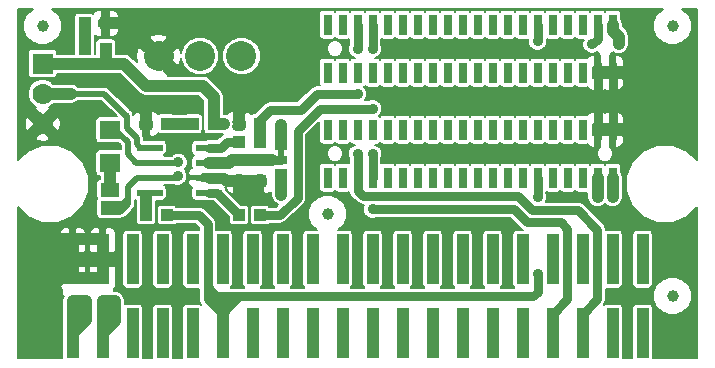
<source format=gbr>
G04 #@! TF.FileFunction,Copper,L1,Top,Signal*
%FSLAX46Y46*%
G04 Gerber Fmt 4.6, Leading zero omitted, Abs format (unit mm)*
G04 Created by KiCad (PCBNEW 4.0.1-3.201512221401+6198~38~ubuntu15.10.1-stable) date Tue 05 Apr 2016 01:32:22 PM EEST*
%MOMM*%
G01*
G04 APERTURE LIST*
%ADD10C,0.100000*%
%ADD11C,0.508000*%
%ADD12R,1.016000X0.762000*%
%ADD13R,1.016000X1.016000*%
%ADD14C,2.540000*%
%ADD15R,0.700000X1.800000*%
%ADD16R,1.030000X1.060000*%
%ADD17R,1.778000X1.524000*%
%ADD18R,1.000000X4.250000*%
%ADD19R,1.600200X1.168400*%
%ADD20R,1.778000X1.778000*%
%ADD21C,1.778000*%
%ADD22C,1.000000*%
%ADD23R,2.200000X0.600000*%
%ADD24C,0.900000*%
%ADD25C,1.016000*%
%ADD26C,0.762000*%
%ADD27C,0.965200*%
%ADD28C,0.203200*%
G04 APERTURE END LIST*
D10*
D11*
X149733000Y-108585000D02*
X149733000Y-109728000D01*
D12*
X149733000Y-108585000D03*
X149733000Y-109728000D03*
X149733000Y-110871000D03*
D13*
X146177000Y-111506000D03*
X146177000Y-109728000D03*
X147955000Y-111506000D03*
X147955000Y-109728000D03*
D14*
X142875000Y-100965000D03*
X139375000Y-100965000D03*
X146375000Y-100965000D03*
D15*
X153670000Y-107188000D03*
X153670000Y-111252000D03*
X154940000Y-107188000D03*
X154940000Y-111252000D03*
X156210000Y-107188000D03*
X156210000Y-111252000D03*
X157480000Y-107188000D03*
X157480000Y-111252000D03*
X158750000Y-107188000D03*
X158750000Y-111252000D03*
X160020000Y-107188000D03*
X160020000Y-111252000D03*
X161290000Y-107188000D03*
X161290000Y-111252000D03*
X162560000Y-107188000D03*
X162560000Y-111252000D03*
X163830000Y-107188000D03*
X163830000Y-111252000D03*
X165100000Y-107188000D03*
X165100000Y-111252000D03*
X177800000Y-111252000D03*
X177800000Y-107188000D03*
X176530000Y-111252000D03*
X176530000Y-107188000D03*
X175260000Y-111252000D03*
X175260000Y-107188000D03*
X173990000Y-111252000D03*
X173990000Y-107188000D03*
X172720000Y-111252000D03*
X172720000Y-107188000D03*
X171450000Y-111252000D03*
X171450000Y-107188000D03*
X170180000Y-111252000D03*
X170180000Y-107188000D03*
X168910000Y-111252000D03*
X168910000Y-107188000D03*
X167640000Y-111252000D03*
X167640000Y-107188000D03*
X166370000Y-111252000D03*
X166370000Y-107188000D03*
X153670000Y-102362000D03*
X153670000Y-98298000D03*
X154940000Y-102362000D03*
X154940000Y-98298000D03*
X156210000Y-102362000D03*
X156210000Y-98298000D03*
X157480000Y-102362000D03*
X157480000Y-98298000D03*
X158750000Y-102362000D03*
X158750000Y-98298000D03*
X160020000Y-102362000D03*
X160020000Y-98298000D03*
X161290000Y-102362000D03*
X161290000Y-98298000D03*
X162560000Y-102362000D03*
X162560000Y-98298000D03*
X163830000Y-102362000D03*
X163830000Y-98298000D03*
X165100000Y-102362000D03*
X165100000Y-98298000D03*
X177800000Y-98298000D03*
X177800000Y-102362000D03*
X176530000Y-98298000D03*
X176530000Y-102362000D03*
X175260000Y-98298000D03*
X175260000Y-102362000D03*
X173990000Y-98298000D03*
X173990000Y-102362000D03*
X172720000Y-98298000D03*
X172720000Y-102362000D03*
X171450000Y-98298000D03*
X171450000Y-102362000D03*
X170180000Y-98298000D03*
X170180000Y-102362000D03*
X168910000Y-98298000D03*
X168910000Y-102362000D03*
X167640000Y-98298000D03*
X167640000Y-102362000D03*
X166370000Y-98298000D03*
X166370000Y-102362000D03*
D16*
X133096000Y-98171000D03*
X134874000Y-98171000D03*
D13*
X134874000Y-100330000D03*
X133096000Y-100330000D03*
X142240000Y-106680000D03*
X144018000Y-106680000D03*
X140081000Y-114427000D03*
X138303000Y-114427000D03*
X140081000Y-106680000D03*
X138303000Y-106680000D03*
X147955000Y-114427000D03*
X146177000Y-114427000D03*
X147955000Y-108204000D03*
X146177000Y-108204000D03*
D17*
X135255000Y-109982000D03*
X135255000Y-107188000D03*
D13*
X146177000Y-106680000D03*
X147955000Y-106680000D03*
D18*
X132080000Y-124410000D03*
X132080000Y-118160000D03*
X134620000Y-124410000D03*
X134620000Y-118160000D03*
X137160000Y-124410000D03*
X137160000Y-118160000D03*
X139700000Y-124410000D03*
X139700000Y-118160000D03*
X142240000Y-124410000D03*
X142240000Y-118160000D03*
X144780000Y-124410000D03*
X144780000Y-118160000D03*
X147320000Y-124410000D03*
X147320000Y-118160000D03*
X149860000Y-124410000D03*
X149860000Y-118160000D03*
X152400000Y-124410000D03*
X152400000Y-118160000D03*
X154940000Y-124410000D03*
X154940000Y-118160000D03*
X157480000Y-124410000D03*
X157480000Y-118160000D03*
X160020000Y-124410000D03*
X160020000Y-118160000D03*
X162560000Y-124410000D03*
X162560000Y-118160000D03*
X165100000Y-124410000D03*
X165100000Y-118160000D03*
X167640000Y-124410000D03*
X167640000Y-118160000D03*
X170180000Y-124410000D03*
X170180000Y-118160000D03*
X172720000Y-124410000D03*
X172720000Y-118160000D03*
X175260000Y-124410000D03*
X175260000Y-118160000D03*
X177800000Y-124410000D03*
X177800000Y-118160000D03*
X180340000Y-124410000D03*
X180340000Y-118160000D03*
D19*
X135255000Y-112268000D03*
X135255000Y-112268000D03*
X135255000Y-113792000D03*
D20*
X129540000Y-101600000D03*
D21*
X129540000Y-106680000D03*
X129540000Y-104140000D03*
D22*
X129540000Y-98425000D03*
X182880000Y-98425000D03*
X182880000Y-121285000D03*
X153670000Y-114300000D03*
D23*
X143597000Y-112522000D03*
X143597000Y-111252000D03*
X143597000Y-109982000D03*
X143597000Y-108712000D03*
X138597000Y-108712000D03*
X138597000Y-109982000D03*
X138597000Y-111252000D03*
X138597000Y-112522000D03*
D24*
X149733000Y-106807000D03*
X133223000Y-121666000D03*
X133223000Y-122936000D03*
X149733000Y-107696000D03*
X178308000Y-99949000D03*
X177800000Y-112903000D03*
X132080000Y-121666000D03*
X144862444Y-106678542D03*
X145288000Y-109982000D03*
X149733000Y-112711292D03*
X135636000Y-121666000D03*
X176052999Y-99949000D03*
X176530000Y-112903000D03*
X149733000Y-111760000D03*
X134620000Y-121666000D03*
X158750000Y-109220000D03*
X160020000Y-109220000D03*
X161290000Y-109220000D03*
X162560000Y-109220000D03*
X163830000Y-109220000D03*
X167640000Y-109209814D03*
X168910000Y-109209814D03*
X170180000Y-109209814D03*
X172720000Y-109209814D03*
X174614814Y-109209814D03*
X165605409Y-109209814D03*
X133350000Y-107950000D03*
X132080000Y-106680000D03*
X148943311Y-101600000D03*
X148943311Y-103010305D03*
X148943311Y-99060000D03*
X148943311Y-100330000D03*
X129736296Y-120973296D03*
X129736296Y-119691704D03*
X129692828Y-116459796D03*
X129736296Y-118169529D03*
X133400000Y-118160000D03*
X133350000Y-116459000D03*
X163195000Y-100330000D03*
X161290000Y-100330000D03*
X159385000Y-100330000D03*
X167640000Y-100330000D03*
X169545000Y-100330000D03*
X165608000Y-100457000D03*
X182880000Y-104521000D03*
X180975000Y-104521000D03*
X130175000Y-125984000D03*
X128016000Y-124460000D03*
X128016000Y-121920000D03*
X128016000Y-117475000D03*
X128016000Y-119761000D03*
X127888999Y-105410000D03*
X127888999Y-102870000D03*
X127888999Y-100330000D03*
X131445000Y-97536000D03*
X139375000Y-97545052D03*
X141605000Y-97536000D03*
X144145000Y-97536000D03*
X146685000Y-97536000D03*
X148943311Y-97536000D03*
X151130000Y-97536000D03*
X182245000Y-125984000D03*
X184404000Y-123825000D03*
X184404000Y-118745000D03*
X184404000Y-116840000D03*
X179070000Y-97536000D03*
X180975000Y-97536000D03*
X184436305Y-106680000D03*
X184436305Y-100330000D03*
X184436305Y-102235000D03*
X138303000Y-98171000D03*
X137287000Y-104648000D03*
X136017000Y-103378000D03*
X138303000Y-105664000D03*
X159131000Y-104521000D03*
X160782000Y-104521000D03*
X162306000Y-104521000D03*
X163957000Y-104521000D03*
X165608000Y-104521000D03*
X167259000Y-104521000D03*
X168783000Y-104521000D03*
X170307000Y-104521000D03*
X172974000Y-104521000D03*
X174752000Y-104521000D03*
X184404000Y-104521000D03*
X184404000Y-114808000D03*
X184436305Y-108705015D03*
X128016000Y-114808000D03*
X128016000Y-125984000D03*
X184404000Y-125984000D03*
X127888999Y-108457999D03*
X137160000Y-98171000D03*
X136017000Y-98171000D03*
X147447000Y-104521000D03*
X146177000Y-104521000D03*
X146177000Y-105664000D03*
X131064000Y-116459000D03*
X131114000Y-118160000D03*
X131064000Y-119761000D03*
X147066000Y-112649000D03*
X147066000Y-111506000D03*
X146177000Y-112649000D03*
X145161000Y-111506000D03*
X141029889Y-109954899D03*
X140999596Y-111124416D03*
X171450000Y-99695000D03*
X171450000Y-119380000D03*
X171450000Y-112903000D03*
X157481803Y-113927100D03*
X157480000Y-109220000D03*
X157480000Y-100330000D03*
X157480000Y-105410000D03*
X156219525Y-104155875D03*
X156210000Y-100330000D03*
X156210000Y-109220000D03*
X141097000Y-106680000D03*
X138303000Y-113411000D03*
D25*
X149733000Y-107696000D02*
X149733000Y-106807000D01*
X133223000Y-122936000D02*
X133223000Y-123267000D01*
X133223000Y-123267000D02*
X132080000Y-124410000D01*
X133223000Y-122936000D02*
X133223000Y-122809000D01*
X133223000Y-122809000D02*
X132080000Y-121666000D01*
X133223000Y-121666000D02*
X133223000Y-122936000D01*
X133223000Y-121666000D02*
X132080000Y-121666000D01*
X132080000Y-124410000D02*
X132080000Y-122936000D01*
X132080000Y-122936000D02*
X133223000Y-122936000D01*
D26*
X149733000Y-108204000D02*
X149733000Y-108585000D01*
D25*
X149733000Y-107696000D02*
X149733000Y-108204000D01*
X177800000Y-98298000D02*
X177800000Y-98804604D01*
X177800000Y-98804604D02*
X178308000Y-99312604D01*
X178308000Y-99312604D02*
X178308000Y-99949000D01*
X177800000Y-112903000D02*
X177800000Y-111252000D01*
X132080000Y-124410000D02*
X132080000Y-121666000D01*
X134850514Y-101600000D02*
X134853815Y-101603301D01*
X134853815Y-101603301D02*
X136444113Y-101603301D01*
X136444113Y-101603301D02*
X138312651Y-103471839D01*
X138312651Y-103471839D02*
X143095839Y-103471839D01*
X143095839Y-103471839D02*
X144018000Y-104394000D01*
X144018000Y-104394000D02*
X144018000Y-106680000D01*
X129540000Y-101600000D02*
X129552700Y-101612700D01*
X129552700Y-101612700D02*
X134837814Y-101612700D01*
X134837814Y-101612700D02*
X134850514Y-101600000D01*
D26*
X148971000Y-109728000D02*
X149733000Y-109728000D01*
D25*
X147955000Y-109728000D02*
X148971000Y-109728000D01*
X144226048Y-106678542D02*
X144862444Y-106678542D01*
X144019458Y-106678542D02*
X144226048Y-106678542D01*
X144018000Y-106680000D02*
X144019458Y-106678542D01*
X134850514Y-101600000D02*
X134874000Y-101576514D01*
X134874000Y-101576514D02*
X134874000Y-100330000D01*
X145288000Y-109982000D02*
X145542000Y-109728000D01*
X145542000Y-109728000D02*
X146177000Y-109728000D01*
X143597000Y-109982000D02*
X145288000Y-109982000D01*
X147955000Y-109728000D02*
X146177000Y-109728000D01*
X149733000Y-111760000D02*
X149733000Y-112711292D01*
X135636000Y-121666000D02*
X135636000Y-123394000D01*
X135636000Y-123394000D02*
X134620000Y-124410000D01*
X135636000Y-121666000D02*
X134620000Y-121666000D01*
D26*
X176530000Y-98298000D02*
X176530000Y-99471999D01*
X176530000Y-99471999D02*
X176052999Y-99949000D01*
D25*
X176530000Y-112903000D02*
X176530000Y-111252000D01*
D26*
X149733000Y-111252000D02*
X149733000Y-110871000D01*
D25*
X149733000Y-111760000D02*
X149733000Y-111252000D01*
X134620000Y-124410000D02*
X134620000Y-121666000D01*
X131064000Y-119761000D02*
X134620000Y-119761000D01*
X134620000Y-119761000D02*
X134620000Y-118160000D01*
X159131000Y-109220000D02*
X158750000Y-109220000D01*
X160020000Y-109220000D02*
X159131000Y-109220000D01*
X161290000Y-109220000D02*
X160020000Y-109220000D01*
X162560000Y-109220000D02*
X161290000Y-109220000D01*
X163830000Y-109220000D02*
X162560000Y-109220000D01*
X165483496Y-109220000D02*
X163830000Y-109220000D01*
X167640000Y-109209814D02*
X168910000Y-109209814D01*
X165605409Y-109209814D02*
X167640000Y-109209814D01*
X168910000Y-109209814D02*
X170180000Y-109209814D01*
X170180000Y-109209814D02*
X172720000Y-109209814D01*
X172720000Y-109209814D02*
X174614814Y-109209814D01*
D26*
X165605409Y-109209814D02*
X165498904Y-109209814D01*
X165498904Y-109209814D02*
X165486107Y-109222611D01*
X165486107Y-109222611D02*
X165483496Y-109220000D01*
D25*
X129736296Y-120973296D02*
X129851704Y-120973296D01*
X129851704Y-120973296D02*
X131064000Y-119761000D01*
X129736296Y-119691704D02*
X129736296Y-120973296D01*
X131064000Y-119761000D02*
X129805592Y-119761000D01*
X129805592Y-119761000D02*
X129736296Y-119691704D01*
X129736296Y-118169529D02*
X129736296Y-119691704D01*
X129692828Y-116459796D02*
X129692828Y-118126061D01*
X129692828Y-118126061D02*
X129736296Y-118169529D01*
X129693624Y-116459000D02*
X129692828Y-116459796D01*
X131064000Y-116459000D02*
X129693624Y-116459000D01*
X131114000Y-118160000D02*
X129745825Y-118160000D01*
X129745825Y-118160000D02*
X129736296Y-118169529D01*
X163195000Y-100330000D02*
X161290000Y-100330000D01*
X165507340Y-100330000D02*
X163195000Y-100330000D01*
X161290000Y-100330000D02*
X160020000Y-100330000D01*
X160020000Y-100330000D02*
X159385000Y-100330000D01*
X165608000Y-100457000D02*
X165608000Y-100430660D01*
X165608000Y-100430660D02*
X165507340Y-100330000D01*
X167640000Y-100330000D02*
X168275000Y-100330000D01*
X165725476Y-100330000D02*
X167640000Y-100330000D01*
X165608000Y-100457000D02*
X165608000Y-100447476D01*
X165608000Y-100447476D02*
X165725476Y-100330000D01*
X168275000Y-100330000D02*
X169545000Y-100330000D01*
X182880000Y-104521000D02*
X183388000Y-104521000D01*
X180975000Y-104521000D02*
X182880000Y-104521000D01*
X177673000Y-104521000D02*
X180975000Y-104521000D01*
X138303000Y-98171000D02*
X139319000Y-98171000D01*
X137796396Y-98171000D02*
X138303000Y-98171000D01*
X137160000Y-98171000D02*
X137796396Y-98171000D01*
X137287000Y-104648000D02*
X136017000Y-103378000D01*
X138303000Y-105664000D02*
X137287000Y-104648000D01*
X138303000Y-106680000D02*
X138303000Y-105664000D01*
X160782000Y-104521000D02*
X159131000Y-104521000D01*
X162306000Y-104521000D02*
X160782000Y-104521000D01*
X163957000Y-104521000D02*
X162306000Y-104521000D01*
X164971604Y-104521000D02*
X163957000Y-104521000D01*
X165608000Y-104521000D02*
X164971604Y-104521000D01*
X167259000Y-104521000D02*
X165608000Y-104521000D01*
X168783000Y-104521000D02*
X167259000Y-104521000D01*
X170307000Y-104521000D02*
X168783000Y-104521000D01*
X172974000Y-104521000D02*
X170307000Y-104521000D01*
X174752000Y-104521000D02*
X172974000Y-104521000D01*
X176530000Y-104521000D02*
X174752000Y-104521000D01*
D26*
X177800000Y-107188000D02*
X177800000Y-104648000D01*
X177800000Y-104648000D02*
X177673000Y-104521000D01*
X176530000Y-107188000D02*
X176530000Y-104521000D01*
D25*
X176530000Y-104521000D02*
X177673000Y-104521000D01*
D26*
X177800000Y-102362000D02*
X177800000Y-104394000D01*
X177800000Y-104394000D02*
X177673000Y-104521000D01*
D25*
X183388000Y-104521000D02*
X184404000Y-104521000D01*
D26*
X176530000Y-102362000D02*
X176530000Y-104521000D01*
D25*
X136017000Y-98171000D02*
X137160000Y-98171000D01*
X134874000Y-98171000D02*
X136017000Y-98171000D01*
X147447000Y-104521000D02*
X147320000Y-104521000D01*
X147320000Y-104521000D02*
X146177000Y-105664000D01*
X146813396Y-104521000D02*
X147447000Y-104521000D01*
X146177000Y-104521000D02*
X146813396Y-104521000D01*
X146177000Y-105027604D02*
X146177000Y-104521000D01*
X146177000Y-105664000D02*
X146177000Y-105027604D01*
X146177000Y-106680000D02*
X146177000Y-105664000D01*
X133400000Y-118160000D02*
X132080000Y-118160000D01*
X134620000Y-118160000D02*
X133400000Y-118160000D01*
X134620000Y-118160000D02*
X134620000Y-116499999D01*
X134620000Y-116499999D02*
X134626933Y-116493066D01*
X134626933Y-116493066D02*
X134592867Y-116459000D01*
X134592867Y-116459000D02*
X133350000Y-116459000D01*
X133350000Y-116459000D02*
X132080000Y-116459000D01*
X131114000Y-118160000D02*
X131069582Y-118204418D01*
X131069582Y-118204418D02*
X131069582Y-119755418D01*
X131069582Y-119755418D02*
X131064000Y-119761000D01*
X132080000Y-118160000D02*
X132080000Y-116459000D01*
X132080000Y-116459000D02*
X131064000Y-116459000D01*
X131064000Y-116459000D02*
X131064000Y-118110000D01*
X131064000Y-118110000D02*
X131114000Y-118160000D01*
X132080000Y-118160000D02*
X131114000Y-118160000D01*
X131064000Y-119761000D02*
X132063745Y-119761000D01*
X132073559Y-119751186D02*
X132073559Y-118166441D01*
X132063745Y-119761000D02*
X132073559Y-119751186D01*
X132073559Y-118166441D02*
X132080000Y-118160000D01*
X147066000Y-112649000D02*
X146177000Y-112649000D01*
X147066000Y-111506000D02*
X147066000Y-112649000D01*
X147955000Y-111506000D02*
X147066000Y-111506000D01*
X146177000Y-111506000D02*
X147066000Y-111506000D01*
X146177000Y-111506000D02*
X146177000Y-112649000D01*
X146177000Y-111506000D02*
X145161000Y-111506000D01*
D27*
X145161000Y-111506000D02*
X144907000Y-111252000D01*
X143597000Y-111252000D02*
X144907000Y-111252000D01*
D11*
X138597000Y-109982000D02*
X141002788Y-109982000D01*
X141002788Y-109982000D02*
X141029889Y-109954899D01*
X138597000Y-109982000D02*
X137451671Y-109982000D01*
X137451671Y-109982000D02*
X136751057Y-109281386D01*
X136751057Y-109281386D02*
X136751057Y-108235445D01*
X136751057Y-108235445D02*
X135703612Y-107188000D01*
X135703612Y-107188000D02*
X135255000Y-107188000D01*
X140872012Y-111252000D02*
X140999596Y-111124416D01*
X138597000Y-111252000D02*
X140872012Y-111252000D01*
X135255000Y-113792000D02*
X135586279Y-113460721D01*
X135586279Y-113460721D02*
X136364863Y-113460721D01*
X136364863Y-113460721D02*
X136795584Y-113030000D01*
X136474466Y-113792000D02*
X136134073Y-114132393D01*
X136134073Y-114132393D02*
X135256665Y-114132393D01*
X135256665Y-114132393D02*
X135256665Y-113793665D01*
X135256665Y-113793665D02*
X135255000Y-113792000D01*
X136795584Y-111997416D02*
X136795584Y-113030000D01*
X136795584Y-113030000D02*
X136795584Y-113470882D01*
X138597000Y-111252000D02*
X137541000Y-111252000D01*
X137541000Y-111252000D02*
X136795584Y-111997416D01*
X136795584Y-113470882D02*
X136474466Y-113792000D01*
X136474466Y-113792000D02*
X135255000Y-113792000D01*
D26*
X144145000Y-121285000D02*
X143740000Y-121285000D01*
X143510000Y-121515000D02*
X143510000Y-120523000D01*
X146177000Y-121285000D02*
X144145000Y-121285000D01*
X143510000Y-120523000D02*
X143510000Y-115189000D01*
X144145000Y-121158000D02*
X143510000Y-120523000D01*
X144145000Y-121285000D02*
X144145000Y-121158000D01*
X144780000Y-121793000D02*
X143788000Y-121793000D01*
X145669000Y-121793000D02*
X144780000Y-121793000D01*
X144780000Y-121793000D02*
X144780000Y-124410000D01*
X145669000Y-121793000D02*
X146177000Y-121285000D01*
X144780000Y-122682000D02*
X145669000Y-121793000D01*
X144780000Y-122785000D02*
X143788000Y-121793000D01*
X143788000Y-121793000D02*
X143510000Y-121515000D01*
X143740000Y-121285000D02*
X143510000Y-121515000D01*
X171450000Y-99695000D02*
X171450000Y-98298000D01*
X171450000Y-119380000D02*
X171450000Y-120904000D01*
X171450000Y-111252000D02*
X171450000Y-112903000D01*
X144780000Y-124410000D02*
X144780000Y-122682000D01*
X146177000Y-121285000D02*
X171069000Y-121285000D01*
X171069000Y-121285000D02*
X171450000Y-120904000D01*
X144780000Y-124410000D02*
X144780000Y-122785000D01*
X143510000Y-115189000D02*
X142748000Y-114427000D01*
X142748000Y-114427000D02*
X140081000Y-114427000D01*
X169464763Y-113899152D02*
X157509751Y-113899152D01*
X170600091Y-115034480D02*
X169464763Y-113899152D01*
X172720000Y-124410000D02*
X172720000Y-122785000D01*
X172720000Y-122785000D02*
X173982000Y-121523000D01*
X173982000Y-121523000D02*
X173982000Y-115562000D01*
X173454480Y-115034480D02*
X170600091Y-115034480D01*
X173982000Y-115562000D02*
X173454480Y-115034480D01*
X157509751Y-113899152D02*
X157481803Y-113927100D01*
X147955000Y-114427000D02*
X149633752Y-114427000D01*
X149633752Y-114427000D02*
X151130000Y-112930752D01*
X151130000Y-112930752D02*
X151130000Y-107315000D01*
X151130000Y-107315000D02*
X153035000Y-105410000D01*
X153035000Y-105410000D02*
X157480000Y-105410000D01*
X157480000Y-109220000D02*
X157480000Y-111252000D01*
X157480000Y-100330000D02*
X157480000Y-98298000D01*
X176522000Y-121523000D02*
X175260000Y-122785000D01*
X176522000Y-115653998D02*
X176522000Y-121523000D01*
X171020936Y-114018469D02*
X174886471Y-114018469D01*
X169820504Y-112818037D02*
X171020936Y-114018469D01*
X156672663Y-112818037D02*
X169820504Y-112818037D01*
X156210000Y-112355374D02*
X156672663Y-112818037D01*
X156210000Y-111252000D02*
X156210000Y-112355374D01*
X174886471Y-114018469D02*
X176522000Y-115653998D01*
X175260000Y-122785000D02*
X175260000Y-124410000D01*
X147955000Y-106680000D02*
X147955000Y-106386105D01*
X147955000Y-106386105D02*
X148829284Y-105511821D01*
X148829284Y-105511821D02*
X151428516Y-105511821D01*
X151428516Y-105511821D02*
X152784462Y-104155875D01*
X152784462Y-104155875D02*
X155583129Y-104155875D01*
X155583129Y-104155875D02*
X156219525Y-104155875D01*
X156210000Y-100330000D02*
X156210000Y-98298000D01*
X156210000Y-109220000D02*
X156210000Y-111252000D01*
D25*
X147955000Y-108204000D02*
X147955000Y-106680000D01*
X133096000Y-98171000D02*
X133096000Y-100330000D01*
X141097000Y-106680000D02*
X140081000Y-106680000D01*
X138303000Y-112821227D02*
X138303000Y-113411000D01*
X138303000Y-113411000D02*
X138303000Y-114427000D01*
D11*
X138597000Y-112522000D02*
X138591424Y-112516424D01*
X138591424Y-112516424D02*
X138328778Y-112516424D01*
X138328778Y-112516424D02*
X138303000Y-112542202D01*
X138303000Y-112542202D02*
X138303000Y-112821227D01*
D25*
X138297178Y-112815405D02*
X138303000Y-112821227D01*
X142240000Y-106680000D02*
X140081000Y-106680000D01*
D26*
X143597000Y-112522000D02*
X144272000Y-112522000D01*
X144272000Y-112522000D02*
X146177000Y-114427000D01*
X143597000Y-108712000D02*
X144641787Y-108712000D01*
X144641787Y-108712000D02*
X145149787Y-108204000D01*
X145149787Y-108204000D02*
X146177000Y-108204000D01*
D25*
X135255000Y-112268000D02*
X135255000Y-109982000D01*
D11*
X138597000Y-108712000D02*
X137795000Y-108712000D01*
X137513067Y-108430067D02*
X137513067Y-107919811D01*
X137795000Y-108712000D02*
X137513067Y-108430067D01*
X137513067Y-107919811D02*
X136652001Y-107058745D01*
X136652001Y-107058745D02*
X136652001Y-106019599D01*
X136652001Y-106019599D02*
X136550401Y-105917999D01*
X136550401Y-105917999D02*
X136535953Y-105917999D01*
X136535953Y-105917999D02*
X134757954Y-104140000D01*
X134757954Y-104140000D02*
X131953000Y-104140000D01*
D25*
X131953000Y-104140000D02*
X129540000Y-104140000D01*
D28*
G36*
X128624900Y-97052866D02*
X128169465Y-97507507D01*
X127922681Y-98101828D01*
X127922119Y-98745349D01*
X128167866Y-99340100D01*
X128622507Y-99795535D01*
X129216828Y-100042319D01*
X129860349Y-100042881D01*
X130455100Y-99797134D01*
X130910535Y-99342493D01*
X131157319Y-98748172D01*
X131157881Y-98104651D01*
X130912134Y-97509900D01*
X130457493Y-97054465D01*
X130332588Y-97002600D01*
X182086553Y-97002600D01*
X181964900Y-97052866D01*
X181509465Y-97507507D01*
X181262681Y-98101828D01*
X181262119Y-98745349D01*
X181507866Y-99340100D01*
X181962507Y-99795535D01*
X182556828Y-100042319D01*
X183200349Y-100042881D01*
X183795100Y-99797134D01*
X184250535Y-99342493D01*
X184497319Y-98748172D01*
X184497881Y-98104651D01*
X184252134Y-97509900D01*
X183797493Y-97054465D01*
X183672588Y-97002600D01*
X184937400Y-97002600D01*
X184937400Y-109783856D01*
X184117648Y-108962672D01*
X182904610Y-108458975D01*
X181591152Y-108457828D01*
X180377237Y-108959408D01*
X179447672Y-109887352D01*
X178943975Y-111100390D01*
X178942828Y-112413848D01*
X179444408Y-113627763D01*
X180372352Y-114557328D01*
X181585390Y-115061025D01*
X182898848Y-115062172D01*
X184112763Y-114560592D01*
X184937400Y-113737393D01*
X184937400Y-126517400D01*
X181202566Y-126517400D01*
X181202566Y-122285000D01*
X181177770Y-122153223D01*
X181099890Y-122032193D01*
X180981058Y-121950999D01*
X180840000Y-121922434D01*
X179840000Y-121922434D01*
X179708223Y-121947230D01*
X179587193Y-122025110D01*
X179505999Y-122143942D01*
X179477434Y-122285000D01*
X179477434Y-126517400D01*
X178662566Y-126517400D01*
X178662566Y-122285000D01*
X178637770Y-122153223D01*
X178559890Y-122032193D01*
X178441058Y-121950999D01*
X178300000Y-121922434D01*
X177300000Y-121922434D01*
X177168223Y-121947230D01*
X177061555Y-122015868D01*
X177202531Y-121804884D01*
X177242220Y-121605349D01*
X181262119Y-121605349D01*
X181507866Y-122200100D01*
X181962507Y-122655535D01*
X182556828Y-122902319D01*
X183200349Y-122902881D01*
X183795100Y-122657134D01*
X184250535Y-122202493D01*
X184497319Y-121608172D01*
X184497881Y-120964651D01*
X184252134Y-120369900D01*
X183797493Y-119914465D01*
X183203172Y-119667681D01*
X182559651Y-119667119D01*
X181964900Y-119912866D01*
X181509465Y-120367507D01*
X181262681Y-120961828D01*
X181262119Y-121605349D01*
X177242220Y-121605349D01*
X177258601Y-121523000D01*
X177258600Y-121522995D01*
X177258600Y-120639182D01*
X177300000Y-120647566D01*
X178300000Y-120647566D01*
X178431777Y-120622770D01*
X178552807Y-120544890D01*
X178634001Y-120426058D01*
X178662566Y-120285000D01*
X178662566Y-116035000D01*
X179477434Y-116035000D01*
X179477434Y-120285000D01*
X179502230Y-120416777D01*
X179580110Y-120537807D01*
X179698942Y-120619001D01*
X179840000Y-120647566D01*
X180840000Y-120647566D01*
X180971777Y-120622770D01*
X181092807Y-120544890D01*
X181174001Y-120426058D01*
X181202566Y-120285000D01*
X181202566Y-116035000D01*
X181177770Y-115903223D01*
X181099890Y-115782193D01*
X180981058Y-115700999D01*
X180840000Y-115672434D01*
X179840000Y-115672434D01*
X179708223Y-115697230D01*
X179587193Y-115775110D01*
X179505999Y-115893942D01*
X179477434Y-116035000D01*
X178662566Y-116035000D01*
X178637770Y-115903223D01*
X178559890Y-115782193D01*
X178441058Y-115700999D01*
X178300000Y-115672434D01*
X177300000Y-115672434D01*
X177258600Y-115680224D01*
X177258600Y-115653998D01*
X177202530Y-115372113D01*
X177042855Y-115133143D01*
X175407326Y-113497614D01*
X175168356Y-113337939D01*
X174886471Y-113281869D01*
X172164971Y-113281869D01*
X172255460Y-113063947D01*
X172255740Y-112743459D01*
X172186600Y-112576128D01*
X172186600Y-112457070D01*
X172228942Y-112486001D01*
X172370000Y-112514566D01*
X173070000Y-112514566D01*
X173201777Y-112489770D01*
X173322807Y-112411890D01*
X173354665Y-112365264D01*
X173380110Y-112404807D01*
X173498942Y-112486001D01*
X173640000Y-112514566D01*
X174340000Y-112514566D01*
X174471777Y-112489770D01*
X174592807Y-112411890D01*
X174624665Y-112365264D01*
X174650110Y-112404807D01*
X174768942Y-112486001D01*
X174910000Y-112514566D01*
X175610000Y-112514566D01*
X175666400Y-112503953D01*
X175666400Y-112903000D01*
X175732138Y-113233485D01*
X175919343Y-113513657D01*
X176199515Y-113700862D01*
X176530000Y-113766600D01*
X176860485Y-113700862D01*
X177140657Y-113513657D01*
X177165000Y-113477225D01*
X177189343Y-113513657D01*
X177469515Y-113700862D01*
X177800000Y-113766600D01*
X178130485Y-113700862D01*
X178410657Y-113513657D01*
X178597862Y-113233485D01*
X178663600Y-112903000D01*
X178663600Y-111252000D01*
X178597862Y-110921515D01*
X178512566Y-110793861D01*
X178512566Y-110352000D01*
X178487770Y-110220223D01*
X178409890Y-110099193D01*
X178291058Y-110017999D01*
X178150000Y-109989434D01*
X177450000Y-109989434D01*
X177318223Y-110014230D01*
X177197193Y-110092110D01*
X177165335Y-110138736D01*
X177139890Y-110099193D01*
X177021058Y-110017999D01*
X176880000Y-109989434D01*
X176180000Y-109989434D01*
X176048223Y-110014230D01*
X175927193Y-110092110D01*
X175895335Y-110138736D01*
X175869890Y-110099193D01*
X175751058Y-110017999D01*
X175610000Y-109989434D01*
X174910000Y-109989434D01*
X174778223Y-110014230D01*
X174657193Y-110092110D01*
X174625335Y-110138736D01*
X174599890Y-110099193D01*
X174481058Y-110017999D01*
X174340000Y-109989434D01*
X173640000Y-109989434D01*
X173508223Y-110014230D01*
X173387193Y-110092110D01*
X173355335Y-110138736D01*
X173329890Y-110099193D01*
X173211058Y-110017999D01*
X173070000Y-109989434D01*
X172370000Y-109989434D01*
X172238223Y-110014230D01*
X172117193Y-110092110D01*
X172085335Y-110138736D01*
X172059890Y-110099193D01*
X171941058Y-110017999D01*
X171800000Y-109989434D01*
X171100000Y-109989434D01*
X170968223Y-110014230D01*
X170847193Y-110092110D01*
X170815335Y-110138736D01*
X170789890Y-110099193D01*
X170671058Y-110017999D01*
X170530000Y-109989434D01*
X169830000Y-109989434D01*
X169698223Y-110014230D01*
X169577193Y-110092110D01*
X169545335Y-110138736D01*
X169519890Y-110099193D01*
X169401058Y-110017999D01*
X169260000Y-109989434D01*
X168560000Y-109989434D01*
X168428223Y-110014230D01*
X168307193Y-110092110D01*
X168275335Y-110138736D01*
X168249890Y-110099193D01*
X168131058Y-110017999D01*
X167990000Y-109989434D01*
X167290000Y-109989434D01*
X167158223Y-110014230D01*
X167037193Y-110092110D01*
X167005335Y-110138736D01*
X166979890Y-110099193D01*
X166861058Y-110017999D01*
X166720000Y-109989434D01*
X166020000Y-109989434D01*
X165888223Y-110014230D01*
X165767193Y-110092110D01*
X165735335Y-110138736D01*
X165709890Y-110099193D01*
X165591058Y-110017999D01*
X165450000Y-109989434D01*
X164750000Y-109989434D01*
X164618223Y-110014230D01*
X164497193Y-110092110D01*
X164465335Y-110138736D01*
X164439890Y-110099193D01*
X164321058Y-110017999D01*
X164180000Y-109989434D01*
X163480000Y-109989434D01*
X163348223Y-110014230D01*
X163227193Y-110092110D01*
X163195335Y-110138736D01*
X163169890Y-110099193D01*
X163051058Y-110017999D01*
X162910000Y-109989434D01*
X162210000Y-109989434D01*
X162078223Y-110014230D01*
X161957193Y-110092110D01*
X161925335Y-110138736D01*
X161899890Y-110099193D01*
X161781058Y-110017999D01*
X161640000Y-109989434D01*
X160940000Y-109989434D01*
X160808223Y-110014230D01*
X160687193Y-110092110D01*
X160655335Y-110138736D01*
X160629890Y-110099193D01*
X160511058Y-110017999D01*
X160370000Y-109989434D01*
X159670000Y-109989434D01*
X159538223Y-110014230D01*
X159417193Y-110092110D01*
X159385335Y-110138736D01*
X159359890Y-110099193D01*
X159241058Y-110017999D01*
X159100000Y-109989434D01*
X158400000Y-109989434D01*
X158268223Y-110014230D01*
X158216600Y-110047448D01*
X158216600Y-109546781D01*
X158285460Y-109380947D01*
X158285478Y-109359737D01*
X176459277Y-109359737D01*
X176566472Y-109619168D01*
X176764788Y-109817830D01*
X177024032Y-109925478D01*
X177304737Y-109925723D01*
X177564168Y-109818528D01*
X177762830Y-109620212D01*
X177870478Y-109360968D01*
X177870723Y-109080263D01*
X177763528Y-108820832D01*
X177565212Y-108622170D01*
X177553071Y-108617129D01*
X177625000Y-108545200D01*
X177625000Y-107638000D01*
X177975000Y-107638000D01*
X177975000Y-108545200D01*
X178127400Y-108697600D01*
X178271257Y-108697600D01*
X178495311Y-108604794D01*
X178666794Y-108433311D01*
X178759600Y-108209257D01*
X178759600Y-107790400D01*
X178607200Y-107638000D01*
X177975000Y-107638000D01*
X177625000Y-107638000D01*
X176705000Y-107638000D01*
X176705000Y-108545200D01*
X176776758Y-108616958D01*
X176765832Y-108621472D01*
X176567170Y-108819788D01*
X176459522Y-109079032D01*
X176459277Y-109359737D01*
X158285478Y-109359737D01*
X158285740Y-109060459D01*
X158163353Y-108764260D01*
X157936932Y-108537443D01*
X157727708Y-108450566D01*
X157830000Y-108450566D01*
X157961777Y-108425770D01*
X158082807Y-108347890D01*
X158114665Y-108301264D01*
X158140110Y-108340807D01*
X158258942Y-108422001D01*
X158400000Y-108450566D01*
X159100000Y-108450566D01*
X159231777Y-108425770D01*
X159352807Y-108347890D01*
X159384665Y-108301264D01*
X159410110Y-108340807D01*
X159528942Y-108422001D01*
X159670000Y-108450566D01*
X160370000Y-108450566D01*
X160501777Y-108425770D01*
X160622807Y-108347890D01*
X160654665Y-108301264D01*
X160680110Y-108340807D01*
X160798942Y-108422001D01*
X160940000Y-108450566D01*
X161640000Y-108450566D01*
X161771777Y-108425770D01*
X161892807Y-108347890D01*
X161924665Y-108301264D01*
X161950110Y-108340807D01*
X162068942Y-108422001D01*
X162210000Y-108450566D01*
X162910000Y-108450566D01*
X163041777Y-108425770D01*
X163162807Y-108347890D01*
X163194665Y-108301264D01*
X163220110Y-108340807D01*
X163338942Y-108422001D01*
X163480000Y-108450566D01*
X164180000Y-108450566D01*
X164311777Y-108425770D01*
X164432807Y-108347890D01*
X164464665Y-108301264D01*
X164490110Y-108340807D01*
X164608942Y-108422001D01*
X164750000Y-108450566D01*
X165450000Y-108450566D01*
X165581777Y-108425770D01*
X165702807Y-108347890D01*
X165734665Y-108301264D01*
X165760110Y-108340807D01*
X165878942Y-108422001D01*
X166020000Y-108450566D01*
X166720000Y-108450566D01*
X166851777Y-108425770D01*
X166972807Y-108347890D01*
X167004665Y-108301264D01*
X167030110Y-108340807D01*
X167148942Y-108422001D01*
X167290000Y-108450566D01*
X167990000Y-108450566D01*
X168121777Y-108425770D01*
X168242807Y-108347890D01*
X168274665Y-108301264D01*
X168300110Y-108340807D01*
X168418942Y-108422001D01*
X168560000Y-108450566D01*
X169260000Y-108450566D01*
X169391777Y-108425770D01*
X169512807Y-108347890D01*
X169544665Y-108301264D01*
X169570110Y-108340807D01*
X169688942Y-108422001D01*
X169830000Y-108450566D01*
X170530000Y-108450566D01*
X170661777Y-108425770D01*
X170782807Y-108347890D01*
X170814665Y-108301264D01*
X170840110Y-108340807D01*
X170958942Y-108422001D01*
X171100000Y-108450566D01*
X171800000Y-108450566D01*
X171931777Y-108425770D01*
X172052807Y-108347890D01*
X172084665Y-108301264D01*
X172110110Y-108340807D01*
X172228942Y-108422001D01*
X172370000Y-108450566D01*
X173070000Y-108450566D01*
X173201777Y-108425770D01*
X173322807Y-108347890D01*
X173354665Y-108301264D01*
X173380110Y-108340807D01*
X173498942Y-108422001D01*
X173640000Y-108450566D01*
X174340000Y-108450566D01*
X174471777Y-108425770D01*
X174592807Y-108347890D01*
X174624665Y-108301264D01*
X174650110Y-108340807D01*
X174768942Y-108422001D01*
X174910000Y-108450566D01*
X175610000Y-108450566D01*
X175669302Y-108439407D01*
X175834689Y-108604794D01*
X176058743Y-108697600D01*
X176202600Y-108697600D01*
X176355000Y-108545200D01*
X176355000Y-107638000D01*
X176180000Y-107638000D01*
X176180000Y-106738000D01*
X176355000Y-106738000D01*
X176355000Y-105830800D01*
X176705000Y-105830800D01*
X176705000Y-106738000D01*
X177625000Y-106738000D01*
X177625000Y-105830800D01*
X177975000Y-105830800D01*
X177975000Y-106738000D01*
X178607200Y-106738000D01*
X178759600Y-106585600D01*
X178759600Y-106166743D01*
X178666794Y-105942689D01*
X178495311Y-105771206D01*
X178271257Y-105678400D01*
X178127400Y-105678400D01*
X177975000Y-105830800D01*
X177625000Y-105830800D01*
X177472600Y-105678400D01*
X177328743Y-105678400D01*
X177165000Y-105746224D01*
X177001257Y-105678400D01*
X176857400Y-105678400D01*
X176705000Y-105830800D01*
X176355000Y-105830800D01*
X176202600Y-105678400D01*
X176058743Y-105678400D01*
X175834689Y-105771206D01*
X175668595Y-105937300D01*
X175610000Y-105925434D01*
X174910000Y-105925434D01*
X174778223Y-105950230D01*
X174657193Y-106028110D01*
X174625335Y-106074736D01*
X174599890Y-106035193D01*
X174481058Y-105953999D01*
X174340000Y-105925434D01*
X173640000Y-105925434D01*
X173508223Y-105950230D01*
X173387193Y-106028110D01*
X173355335Y-106074736D01*
X173329890Y-106035193D01*
X173211058Y-105953999D01*
X173070000Y-105925434D01*
X172370000Y-105925434D01*
X172238223Y-105950230D01*
X172117193Y-106028110D01*
X172085335Y-106074736D01*
X172059890Y-106035193D01*
X171941058Y-105953999D01*
X171800000Y-105925434D01*
X171100000Y-105925434D01*
X170968223Y-105950230D01*
X170847193Y-106028110D01*
X170815335Y-106074736D01*
X170789890Y-106035193D01*
X170671058Y-105953999D01*
X170530000Y-105925434D01*
X169830000Y-105925434D01*
X169698223Y-105950230D01*
X169577193Y-106028110D01*
X169545335Y-106074736D01*
X169519890Y-106035193D01*
X169401058Y-105953999D01*
X169260000Y-105925434D01*
X168560000Y-105925434D01*
X168428223Y-105950230D01*
X168307193Y-106028110D01*
X168275335Y-106074736D01*
X168249890Y-106035193D01*
X168131058Y-105953999D01*
X167990000Y-105925434D01*
X167290000Y-105925434D01*
X167158223Y-105950230D01*
X167037193Y-106028110D01*
X167005335Y-106074736D01*
X166979890Y-106035193D01*
X166861058Y-105953999D01*
X166720000Y-105925434D01*
X166020000Y-105925434D01*
X165888223Y-105950230D01*
X165767193Y-106028110D01*
X165735335Y-106074736D01*
X165709890Y-106035193D01*
X165591058Y-105953999D01*
X165450000Y-105925434D01*
X164750000Y-105925434D01*
X164618223Y-105950230D01*
X164497193Y-106028110D01*
X164465335Y-106074736D01*
X164439890Y-106035193D01*
X164321058Y-105953999D01*
X164180000Y-105925434D01*
X163480000Y-105925434D01*
X163348223Y-105950230D01*
X163227193Y-106028110D01*
X163195335Y-106074736D01*
X163169890Y-106035193D01*
X163051058Y-105953999D01*
X162910000Y-105925434D01*
X162210000Y-105925434D01*
X162078223Y-105950230D01*
X161957193Y-106028110D01*
X161925335Y-106074736D01*
X161899890Y-106035193D01*
X161781058Y-105953999D01*
X161640000Y-105925434D01*
X160940000Y-105925434D01*
X160808223Y-105950230D01*
X160687193Y-106028110D01*
X160655335Y-106074736D01*
X160629890Y-106035193D01*
X160511058Y-105953999D01*
X160370000Y-105925434D01*
X159670000Y-105925434D01*
X159538223Y-105950230D01*
X159417193Y-106028110D01*
X159385335Y-106074736D01*
X159359890Y-106035193D01*
X159241058Y-105953999D01*
X159100000Y-105925434D01*
X158400000Y-105925434D01*
X158268223Y-105950230D01*
X158147193Y-106028110D01*
X158115335Y-106074736D01*
X158089890Y-106035193D01*
X158032965Y-105996298D01*
X158162557Y-105866932D01*
X158285460Y-105570947D01*
X158285740Y-105250459D01*
X158163353Y-104954260D01*
X157936932Y-104727443D01*
X157640947Y-104604540D01*
X157320459Y-104604260D01*
X157153128Y-104673400D01*
X156841383Y-104673400D01*
X156902082Y-104612807D01*
X157024985Y-104316822D01*
X157025265Y-103996334D01*
X156902878Y-103700135D01*
X156759309Y-103556315D01*
X156812807Y-103521890D01*
X156844665Y-103475264D01*
X156870110Y-103514807D01*
X156988942Y-103596001D01*
X157130000Y-103624566D01*
X157830000Y-103624566D01*
X157961777Y-103599770D01*
X158082807Y-103521890D01*
X158114665Y-103475264D01*
X158140110Y-103514807D01*
X158258942Y-103596001D01*
X158400000Y-103624566D01*
X159100000Y-103624566D01*
X159231777Y-103599770D01*
X159352807Y-103521890D01*
X159384665Y-103475264D01*
X159410110Y-103514807D01*
X159528942Y-103596001D01*
X159670000Y-103624566D01*
X160370000Y-103624566D01*
X160501777Y-103599770D01*
X160622807Y-103521890D01*
X160654665Y-103475264D01*
X160680110Y-103514807D01*
X160798942Y-103596001D01*
X160940000Y-103624566D01*
X161640000Y-103624566D01*
X161771777Y-103599770D01*
X161892807Y-103521890D01*
X161924665Y-103475264D01*
X161950110Y-103514807D01*
X162068942Y-103596001D01*
X162210000Y-103624566D01*
X162910000Y-103624566D01*
X163041777Y-103599770D01*
X163162807Y-103521890D01*
X163194665Y-103475264D01*
X163220110Y-103514807D01*
X163338942Y-103596001D01*
X163480000Y-103624566D01*
X164180000Y-103624566D01*
X164311777Y-103599770D01*
X164432807Y-103521890D01*
X164464665Y-103475264D01*
X164490110Y-103514807D01*
X164608942Y-103596001D01*
X164750000Y-103624566D01*
X165450000Y-103624566D01*
X165581777Y-103599770D01*
X165702807Y-103521890D01*
X165734665Y-103475264D01*
X165760110Y-103514807D01*
X165878942Y-103596001D01*
X166020000Y-103624566D01*
X166720000Y-103624566D01*
X166851777Y-103599770D01*
X166972807Y-103521890D01*
X167004665Y-103475264D01*
X167030110Y-103514807D01*
X167148942Y-103596001D01*
X167290000Y-103624566D01*
X167990000Y-103624566D01*
X168121777Y-103599770D01*
X168242807Y-103521890D01*
X168274665Y-103475264D01*
X168300110Y-103514807D01*
X168418942Y-103596001D01*
X168560000Y-103624566D01*
X169260000Y-103624566D01*
X169391777Y-103599770D01*
X169512807Y-103521890D01*
X169544665Y-103475264D01*
X169570110Y-103514807D01*
X169688942Y-103596001D01*
X169830000Y-103624566D01*
X170530000Y-103624566D01*
X170661777Y-103599770D01*
X170782807Y-103521890D01*
X170814665Y-103475264D01*
X170840110Y-103514807D01*
X170958942Y-103596001D01*
X171100000Y-103624566D01*
X171800000Y-103624566D01*
X171931777Y-103599770D01*
X172052807Y-103521890D01*
X172084665Y-103475264D01*
X172110110Y-103514807D01*
X172228942Y-103596001D01*
X172370000Y-103624566D01*
X173070000Y-103624566D01*
X173201777Y-103599770D01*
X173322807Y-103521890D01*
X173354665Y-103475264D01*
X173380110Y-103514807D01*
X173498942Y-103596001D01*
X173640000Y-103624566D01*
X174340000Y-103624566D01*
X174471777Y-103599770D01*
X174592807Y-103521890D01*
X174624665Y-103475264D01*
X174650110Y-103514807D01*
X174768942Y-103596001D01*
X174910000Y-103624566D01*
X175610000Y-103624566D01*
X175669302Y-103613407D01*
X175834689Y-103778794D01*
X176058743Y-103871600D01*
X176202600Y-103871600D01*
X176355000Y-103719200D01*
X176355000Y-102812000D01*
X176705000Y-102812000D01*
X176705000Y-103719200D01*
X176857400Y-103871600D01*
X177001257Y-103871600D01*
X177165000Y-103803776D01*
X177328743Y-103871600D01*
X177472600Y-103871600D01*
X177625000Y-103719200D01*
X177625000Y-102812000D01*
X177975000Y-102812000D01*
X177975000Y-103719200D01*
X178127400Y-103871600D01*
X178271257Y-103871600D01*
X178495311Y-103778794D01*
X178666794Y-103607311D01*
X178759600Y-103383257D01*
X178759600Y-102964400D01*
X178607200Y-102812000D01*
X177975000Y-102812000D01*
X177625000Y-102812000D01*
X176705000Y-102812000D01*
X176355000Y-102812000D01*
X176180000Y-102812000D01*
X176180000Y-101912000D01*
X176355000Y-101912000D01*
X176355000Y-101004800D01*
X176202600Y-100852400D01*
X176058743Y-100852400D01*
X175834689Y-100945206D01*
X175668595Y-101111300D01*
X175610000Y-101099434D01*
X174910000Y-101099434D01*
X174778223Y-101124230D01*
X174657193Y-101202110D01*
X174625335Y-101248736D01*
X174599890Y-101209193D01*
X174481058Y-101127999D01*
X174340000Y-101099434D01*
X173640000Y-101099434D01*
X173508223Y-101124230D01*
X173387193Y-101202110D01*
X173355335Y-101248736D01*
X173329890Y-101209193D01*
X173211058Y-101127999D01*
X173070000Y-101099434D01*
X172370000Y-101099434D01*
X172238223Y-101124230D01*
X172117193Y-101202110D01*
X172085335Y-101248736D01*
X172059890Y-101209193D01*
X171941058Y-101127999D01*
X171800000Y-101099434D01*
X171100000Y-101099434D01*
X170968223Y-101124230D01*
X170847193Y-101202110D01*
X170815335Y-101248736D01*
X170789890Y-101209193D01*
X170671058Y-101127999D01*
X170530000Y-101099434D01*
X169830000Y-101099434D01*
X169698223Y-101124230D01*
X169577193Y-101202110D01*
X169545335Y-101248736D01*
X169519890Y-101209193D01*
X169401058Y-101127999D01*
X169260000Y-101099434D01*
X168560000Y-101099434D01*
X168428223Y-101124230D01*
X168307193Y-101202110D01*
X168275335Y-101248736D01*
X168249890Y-101209193D01*
X168131058Y-101127999D01*
X167990000Y-101099434D01*
X167290000Y-101099434D01*
X167158223Y-101124230D01*
X167037193Y-101202110D01*
X167005335Y-101248736D01*
X166979890Y-101209193D01*
X166861058Y-101127999D01*
X166720000Y-101099434D01*
X166020000Y-101099434D01*
X165888223Y-101124230D01*
X165767193Y-101202110D01*
X165735335Y-101248736D01*
X165709890Y-101209193D01*
X165591058Y-101127999D01*
X165450000Y-101099434D01*
X164750000Y-101099434D01*
X164618223Y-101124230D01*
X164497193Y-101202110D01*
X164465335Y-101248736D01*
X164439890Y-101209193D01*
X164321058Y-101127999D01*
X164180000Y-101099434D01*
X163480000Y-101099434D01*
X163348223Y-101124230D01*
X163227193Y-101202110D01*
X163195335Y-101248736D01*
X163169890Y-101209193D01*
X163051058Y-101127999D01*
X162910000Y-101099434D01*
X162210000Y-101099434D01*
X162078223Y-101124230D01*
X161957193Y-101202110D01*
X161925335Y-101248736D01*
X161899890Y-101209193D01*
X161781058Y-101127999D01*
X161640000Y-101099434D01*
X160940000Y-101099434D01*
X160808223Y-101124230D01*
X160687193Y-101202110D01*
X160655335Y-101248736D01*
X160629890Y-101209193D01*
X160511058Y-101127999D01*
X160370000Y-101099434D01*
X159670000Y-101099434D01*
X159538223Y-101124230D01*
X159417193Y-101202110D01*
X159385335Y-101248736D01*
X159359890Y-101209193D01*
X159241058Y-101127999D01*
X159100000Y-101099434D01*
X158400000Y-101099434D01*
X158268223Y-101124230D01*
X158147193Y-101202110D01*
X158115335Y-101248736D01*
X158089890Y-101209193D01*
X157971058Y-101127999D01*
X157830000Y-101099434D01*
X157727408Y-101099434D01*
X157935740Y-101013353D01*
X158162557Y-100786932D01*
X158285460Y-100490947D01*
X158285740Y-100170459D01*
X158216600Y-100003128D01*
X158216600Y-99503070D01*
X158258942Y-99532001D01*
X158400000Y-99560566D01*
X159100000Y-99560566D01*
X159231777Y-99535770D01*
X159352807Y-99457890D01*
X159384665Y-99411264D01*
X159410110Y-99450807D01*
X159528942Y-99532001D01*
X159670000Y-99560566D01*
X160370000Y-99560566D01*
X160501777Y-99535770D01*
X160622807Y-99457890D01*
X160654665Y-99411264D01*
X160680110Y-99450807D01*
X160798942Y-99532001D01*
X160940000Y-99560566D01*
X161640000Y-99560566D01*
X161771777Y-99535770D01*
X161892807Y-99457890D01*
X161924665Y-99411264D01*
X161950110Y-99450807D01*
X162068942Y-99532001D01*
X162210000Y-99560566D01*
X162910000Y-99560566D01*
X163041777Y-99535770D01*
X163162807Y-99457890D01*
X163194665Y-99411264D01*
X163220110Y-99450807D01*
X163338942Y-99532001D01*
X163480000Y-99560566D01*
X164180000Y-99560566D01*
X164311777Y-99535770D01*
X164432807Y-99457890D01*
X164464665Y-99411264D01*
X164490110Y-99450807D01*
X164608942Y-99532001D01*
X164750000Y-99560566D01*
X165450000Y-99560566D01*
X165581777Y-99535770D01*
X165702807Y-99457890D01*
X165734665Y-99411264D01*
X165760110Y-99450807D01*
X165878942Y-99532001D01*
X166020000Y-99560566D01*
X166720000Y-99560566D01*
X166851777Y-99535770D01*
X166972807Y-99457890D01*
X167004665Y-99411264D01*
X167030110Y-99450807D01*
X167148942Y-99532001D01*
X167290000Y-99560566D01*
X167990000Y-99560566D01*
X168121777Y-99535770D01*
X168242807Y-99457890D01*
X168274665Y-99411264D01*
X168300110Y-99450807D01*
X168418942Y-99532001D01*
X168560000Y-99560566D01*
X169260000Y-99560566D01*
X169391777Y-99535770D01*
X169512807Y-99457890D01*
X169544665Y-99411264D01*
X169570110Y-99450807D01*
X169688942Y-99532001D01*
X169830000Y-99560566D01*
X170530000Y-99560566D01*
X170644536Y-99539014D01*
X170644260Y-99854541D01*
X170766647Y-100150740D01*
X170993068Y-100377557D01*
X171289053Y-100500460D01*
X171609541Y-100500740D01*
X171905740Y-100378353D01*
X172132557Y-100151932D01*
X172255460Y-99855947D01*
X172255738Y-99537427D01*
X172370000Y-99560566D01*
X173070000Y-99560566D01*
X173201777Y-99535770D01*
X173322807Y-99457890D01*
X173354665Y-99411264D01*
X173380110Y-99450807D01*
X173498942Y-99532001D01*
X173640000Y-99560566D01*
X174340000Y-99560566D01*
X174471777Y-99535770D01*
X174592807Y-99457890D01*
X174624665Y-99411264D01*
X174650110Y-99450807D01*
X174768942Y-99532001D01*
X174910000Y-99560566D01*
X175341999Y-99560566D01*
X175247539Y-99788053D01*
X175247259Y-100108541D01*
X175369646Y-100404740D01*
X175596067Y-100631557D01*
X175892052Y-100754460D01*
X176212540Y-100754740D01*
X176508739Y-100632353D01*
X176521291Y-100619823D01*
X176566472Y-100729168D01*
X176764788Y-100927830D01*
X176776929Y-100932871D01*
X176705000Y-101004800D01*
X176705000Y-101912000D01*
X177625000Y-101912000D01*
X177625000Y-101004800D01*
X177975000Y-101004800D01*
X177975000Y-101912000D01*
X178607200Y-101912000D01*
X178759600Y-101759600D01*
X178759600Y-101340743D01*
X178666794Y-101116689D01*
X178495311Y-100945206D01*
X178271257Y-100852400D01*
X178127400Y-100852400D01*
X177975000Y-101004800D01*
X177625000Y-101004800D01*
X177553242Y-100933042D01*
X177564168Y-100928528D01*
X177762830Y-100730212D01*
X177804046Y-100630954D01*
X177977515Y-100746862D01*
X178308000Y-100812600D01*
X178638485Y-100746862D01*
X178918657Y-100559657D01*
X179105862Y-100279485D01*
X179171600Y-99949000D01*
X179171600Y-99312604D01*
X179105862Y-98982119D01*
X178999046Y-98822257D01*
X178918657Y-98701946D01*
X178663600Y-98446890D01*
X178663600Y-98298000D01*
X178597862Y-97967515D01*
X178512566Y-97839861D01*
X178512566Y-97398000D01*
X178487770Y-97266223D01*
X178409890Y-97145193D01*
X178291058Y-97063999D01*
X178150000Y-97035434D01*
X177450000Y-97035434D01*
X177318223Y-97060230D01*
X177197193Y-97138110D01*
X177165335Y-97184736D01*
X177139890Y-97145193D01*
X177021058Y-97063999D01*
X176880000Y-97035434D01*
X176180000Y-97035434D01*
X176048223Y-97060230D01*
X175927193Y-97138110D01*
X175895335Y-97184736D01*
X175869890Y-97145193D01*
X175751058Y-97063999D01*
X175610000Y-97035434D01*
X174910000Y-97035434D01*
X174778223Y-97060230D01*
X174657193Y-97138110D01*
X174625335Y-97184736D01*
X174599890Y-97145193D01*
X174481058Y-97063999D01*
X174340000Y-97035434D01*
X173640000Y-97035434D01*
X173508223Y-97060230D01*
X173387193Y-97138110D01*
X173355335Y-97184736D01*
X173329890Y-97145193D01*
X173211058Y-97063999D01*
X173070000Y-97035434D01*
X172370000Y-97035434D01*
X172238223Y-97060230D01*
X172117193Y-97138110D01*
X172085335Y-97184736D01*
X172059890Y-97145193D01*
X171941058Y-97063999D01*
X171800000Y-97035434D01*
X171100000Y-97035434D01*
X170968223Y-97060230D01*
X170847193Y-97138110D01*
X170815335Y-97184736D01*
X170789890Y-97145193D01*
X170671058Y-97063999D01*
X170530000Y-97035434D01*
X169830000Y-97035434D01*
X169698223Y-97060230D01*
X169577193Y-97138110D01*
X169545335Y-97184736D01*
X169519890Y-97145193D01*
X169401058Y-97063999D01*
X169260000Y-97035434D01*
X168560000Y-97035434D01*
X168428223Y-97060230D01*
X168307193Y-97138110D01*
X168275335Y-97184736D01*
X168249890Y-97145193D01*
X168131058Y-97063999D01*
X167990000Y-97035434D01*
X167290000Y-97035434D01*
X167158223Y-97060230D01*
X167037193Y-97138110D01*
X167005335Y-97184736D01*
X166979890Y-97145193D01*
X166861058Y-97063999D01*
X166720000Y-97035434D01*
X166020000Y-97035434D01*
X165888223Y-97060230D01*
X165767193Y-97138110D01*
X165735335Y-97184736D01*
X165709890Y-97145193D01*
X165591058Y-97063999D01*
X165450000Y-97035434D01*
X164750000Y-97035434D01*
X164618223Y-97060230D01*
X164497193Y-97138110D01*
X164465335Y-97184736D01*
X164439890Y-97145193D01*
X164321058Y-97063999D01*
X164180000Y-97035434D01*
X163480000Y-97035434D01*
X163348223Y-97060230D01*
X163227193Y-97138110D01*
X163195335Y-97184736D01*
X163169890Y-97145193D01*
X163051058Y-97063999D01*
X162910000Y-97035434D01*
X162210000Y-97035434D01*
X162078223Y-97060230D01*
X161957193Y-97138110D01*
X161925335Y-97184736D01*
X161899890Y-97145193D01*
X161781058Y-97063999D01*
X161640000Y-97035434D01*
X160940000Y-97035434D01*
X160808223Y-97060230D01*
X160687193Y-97138110D01*
X160655335Y-97184736D01*
X160629890Y-97145193D01*
X160511058Y-97063999D01*
X160370000Y-97035434D01*
X159670000Y-97035434D01*
X159538223Y-97060230D01*
X159417193Y-97138110D01*
X159385335Y-97184736D01*
X159359890Y-97145193D01*
X159241058Y-97063999D01*
X159100000Y-97035434D01*
X158400000Y-97035434D01*
X158268223Y-97060230D01*
X158147193Y-97138110D01*
X158115335Y-97184736D01*
X158089890Y-97145193D01*
X157971058Y-97063999D01*
X157830000Y-97035434D01*
X157130000Y-97035434D01*
X156998223Y-97060230D01*
X156877193Y-97138110D01*
X156845335Y-97184736D01*
X156819890Y-97145193D01*
X156701058Y-97063999D01*
X156560000Y-97035434D01*
X155860000Y-97035434D01*
X155728223Y-97060230D01*
X155607193Y-97138110D01*
X155575335Y-97184736D01*
X155549890Y-97145193D01*
X155431058Y-97063999D01*
X155290000Y-97035434D01*
X154590000Y-97035434D01*
X154458223Y-97060230D01*
X154337193Y-97138110D01*
X154305335Y-97184736D01*
X154279890Y-97145193D01*
X154161058Y-97063999D01*
X154020000Y-97035434D01*
X153320000Y-97035434D01*
X153188223Y-97060230D01*
X153067193Y-97138110D01*
X152985999Y-97256942D01*
X152957434Y-97398000D01*
X152957434Y-99198000D01*
X152982230Y-99329777D01*
X153060110Y-99450807D01*
X153178942Y-99532001D01*
X153320000Y-99560566D01*
X154020000Y-99560566D01*
X154151777Y-99535770D01*
X154272807Y-99457890D01*
X154304665Y-99411264D01*
X154330110Y-99450807D01*
X154448942Y-99532001D01*
X154590000Y-99560566D01*
X155290000Y-99560566D01*
X155421777Y-99535770D01*
X155473400Y-99502552D01*
X155473400Y-100003219D01*
X155404540Y-100169053D01*
X155404260Y-100489541D01*
X155526647Y-100785740D01*
X155753068Y-101012557D01*
X155962292Y-101099434D01*
X155860000Y-101099434D01*
X155728223Y-101124230D01*
X155607193Y-101202110D01*
X155575335Y-101248736D01*
X155549890Y-101209193D01*
X155431058Y-101127999D01*
X155290000Y-101099434D01*
X154590000Y-101099434D01*
X154458223Y-101124230D01*
X154337193Y-101202110D01*
X154305335Y-101248736D01*
X154279890Y-101209193D01*
X154161058Y-101127999D01*
X154020000Y-101099434D01*
X153320000Y-101099434D01*
X153188223Y-101124230D01*
X153067193Y-101202110D01*
X152985999Y-101320942D01*
X152957434Y-101462000D01*
X152957434Y-103262000D01*
X152982230Y-103393777D01*
X152998637Y-103419275D01*
X152784462Y-103419275D01*
X152502577Y-103475345D01*
X152263607Y-103635020D01*
X151123406Y-104775221D01*
X148829284Y-104775221D01*
X148547399Y-104831291D01*
X148308429Y-104990966D01*
X147489961Y-105809434D01*
X147447000Y-105809434D01*
X147315223Y-105834230D01*
X147228131Y-105890272D01*
X147201794Y-105826689D01*
X147030311Y-105655206D01*
X146806257Y-105562400D01*
X146583400Y-105562400D01*
X146431000Y-105714800D01*
X146431000Y-106426000D01*
X146685000Y-106426000D01*
X146685000Y-106934000D01*
X146431000Y-106934000D01*
X146431000Y-107188000D01*
X145923000Y-107188000D01*
X145923000Y-106934000D01*
X145675230Y-106934000D01*
X145726044Y-106678542D01*
X145675810Y-106426000D01*
X145923000Y-106426000D01*
X145923000Y-105714800D01*
X145770600Y-105562400D01*
X145547743Y-105562400D01*
X145323689Y-105655206D01*
X145152206Y-105826689D01*
X145134644Y-105869086D01*
X144881600Y-105818752D01*
X144881600Y-104394000D01*
X144815862Y-104063515D01*
X144770034Y-103994928D01*
X144628658Y-103783343D01*
X143706496Y-102861182D01*
X143426324Y-102673977D01*
X143095839Y-102608239D01*
X140134186Y-102608239D01*
X140186792Y-102531133D01*
X139375000Y-101719342D01*
X139360858Y-101733484D01*
X138606516Y-100979142D01*
X138620658Y-100965000D01*
X140129342Y-100965000D01*
X140941133Y-101776792D01*
X141177680Y-101615405D01*
X141249246Y-101141604D01*
X141249119Y-101286933D01*
X141496080Y-101884625D01*
X141952970Y-102342313D01*
X142550230Y-102590317D01*
X143196933Y-102590881D01*
X143794625Y-102343920D01*
X144252313Y-101887030D01*
X144500317Y-101289770D01*
X144500319Y-101286933D01*
X144749119Y-101286933D01*
X144996080Y-101884625D01*
X145452970Y-102342313D01*
X146050230Y-102590317D01*
X146696933Y-102590881D01*
X147294625Y-102343920D01*
X147752313Y-101887030D01*
X148000317Y-101289770D01*
X148000881Y-100643067D01*
X147929263Y-100469737D01*
X153599277Y-100469737D01*
X153706472Y-100729168D01*
X153904788Y-100927830D01*
X154164032Y-101035478D01*
X154444737Y-101035723D01*
X154704168Y-100928528D01*
X154902830Y-100730212D01*
X155010478Y-100470968D01*
X155010723Y-100190263D01*
X154903528Y-99930832D01*
X154705212Y-99732170D01*
X154445968Y-99624522D01*
X154165263Y-99624277D01*
X153905832Y-99731472D01*
X153707170Y-99929788D01*
X153599522Y-100189032D01*
X153599277Y-100469737D01*
X147929263Y-100469737D01*
X147753920Y-100045375D01*
X147297030Y-99587687D01*
X146699770Y-99339683D01*
X146053067Y-99339119D01*
X145455375Y-99586080D01*
X144997687Y-100042970D01*
X144749683Y-100640230D01*
X144749119Y-101286933D01*
X144500319Y-101286933D01*
X144500881Y-100643067D01*
X144253920Y-100045375D01*
X143797030Y-99587687D01*
X143199770Y-99339683D01*
X142553067Y-99339119D01*
X141955375Y-99586080D01*
X141497687Y-100042970D01*
X141249683Y-100640230D01*
X141249651Y-100676422D01*
X141177680Y-100314595D01*
X140941133Y-100153208D01*
X140129342Y-100965000D01*
X138620658Y-100965000D01*
X137808867Y-100153208D01*
X137572320Y-100314595D01*
X137460642Y-101053959D01*
X137546196Y-101484070D01*
X137054770Y-100992644D01*
X136774598Y-100805439D01*
X136758003Y-100802138D01*
X136444113Y-100739701D01*
X135744566Y-100739701D01*
X135744566Y-99822000D01*
X135719770Y-99690223D01*
X135641890Y-99569193D01*
X135523058Y-99487999D01*
X135382000Y-99459434D01*
X134366000Y-99459434D01*
X134234223Y-99484230D01*
X134113193Y-99562110D01*
X134031999Y-99680942D01*
X134003434Y-99822000D01*
X134003434Y-100749100D01*
X133966566Y-100749100D01*
X133966566Y-99822000D01*
X133959600Y-99784980D01*
X133959600Y-99398867D01*
X138563208Y-99398867D01*
X139375000Y-100210658D01*
X140186792Y-99398867D01*
X140025405Y-99162320D01*
X139286041Y-99050642D01*
X138724595Y-99162320D01*
X138563208Y-99398867D01*
X133959600Y-99398867D01*
X133959600Y-99163705D01*
X134013689Y-99217794D01*
X134237743Y-99310600D01*
X134464100Y-99310600D01*
X134616500Y-99158200D01*
X134616500Y-98436000D01*
X135131500Y-98436000D01*
X135131500Y-99158200D01*
X135283900Y-99310600D01*
X135510257Y-99310600D01*
X135734311Y-99217794D01*
X135905794Y-99046311D01*
X135998600Y-98822257D01*
X135998600Y-98588400D01*
X135846200Y-98436000D01*
X135131500Y-98436000D01*
X134616500Y-98436000D01*
X134359000Y-98436000D01*
X134359000Y-97906000D01*
X134616500Y-97906000D01*
X134616500Y-97183800D01*
X135131500Y-97183800D01*
X135131500Y-97906000D01*
X135846200Y-97906000D01*
X135998600Y-97753600D01*
X135998600Y-97519743D01*
X135905794Y-97295689D01*
X135734311Y-97124206D01*
X135510257Y-97031400D01*
X135283900Y-97031400D01*
X135131500Y-97183800D01*
X134616500Y-97183800D01*
X134464100Y-97031400D01*
X134237743Y-97031400D01*
X134013689Y-97124206D01*
X133842206Y-97295689D01*
X133818669Y-97352512D01*
X133752058Y-97306999D01*
X133611000Y-97278434D01*
X132581000Y-97278434D01*
X132449223Y-97303230D01*
X132328193Y-97381110D01*
X132246999Y-97499942D01*
X132218434Y-97641000D01*
X132218434Y-98701000D01*
X132232400Y-98775222D01*
X132232400Y-99787601D01*
X132225434Y-99822000D01*
X132225434Y-100749100D01*
X130791566Y-100749100D01*
X130791566Y-100711000D01*
X130766770Y-100579223D01*
X130688890Y-100458193D01*
X130570058Y-100376999D01*
X130429000Y-100348434D01*
X128651000Y-100348434D01*
X128519223Y-100373230D01*
X128398193Y-100451110D01*
X128316999Y-100569942D01*
X128288434Y-100711000D01*
X128288434Y-102489000D01*
X128313230Y-102620777D01*
X128391110Y-102741807D01*
X128509942Y-102823001D01*
X128651000Y-102851566D01*
X130429000Y-102851566D01*
X130560777Y-102826770D01*
X130681807Y-102748890D01*
X130763001Y-102630058D01*
X130791566Y-102489000D01*
X130791566Y-102476300D01*
X134837814Y-102476300D01*
X134885066Y-102466901D01*
X136086399Y-102466901D01*
X137701994Y-104082497D01*
X137982166Y-104269701D01*
X138312651Y-104335439D01*
X142738125Y-104335439D01*
X143154400Y-104751715D01*
X143154400Y-106137601D01*
X143147434Y-106172000D01*
X143147434Y-107188000D01*
X143172230Y-107319777D01*
X143250110Y-107440807D01*
X143368942Y-107522001D01*
X143510000Y-107550566D01*
X144526000Y-107550566D01*
X144570769Y-107542142D01*
X144839957Y-107542142D01*
X144628932Y-107683145D01*
X144336677Y-107975400D01*
X143597000Y-107975400D01*
X143315115Y-108031470D01*
X143288230Y-108049434D01*
X142497000Y-108049434D01*
X142365223Y-108074230D01*
X142244193Y-108152110D01*
X142162999Y-108270942D01*
X142134434Y-108412000D01*
X142134434Y-109012000D01*
X142159230Y-109143777D01*
X142237110Y-109264807D01*
X142355942Y-109346001D01*
X142360908Y-109347007D01*
X142244193Y-109422110D01*
X142162999Y-109540942D01*
X142134434Y-109682000D01*
X142134434Y-110282000D01*
X142159230Y-110413777D01*
X142168530Y-110428230D01*
X142151689Y-110435206D01*
X141980206Y-110606689D01*
X141887400Y-110830743D01*
X141887400Y-110949600D01*
X142039800Y-111102000D01*
X143063600Y-111102000D01*
X143063600Y-110952000D01*
X144130400Y-110952000D01*
X144130400Y-111102000D01*
X145059400Y-111102000D01*
X145059400Y-111402000D01*
X144130400Y-111402000D01*
X144130400Y-111552000D01*
X143063600Y-111552000D01*
X143063600Y-111402000D01*
X142039800Y-111402000D01*
X141887400Y-111554400D01*
X141887400Y-111673257D01*
X141980206Y-111897311D01*
X142151689Y-112068794D01*
X142166974Y-112075125D01*
X142162999Y-112080942D01*
X142134434Y-112222000D01*
X142134434Y-112822000D01*
X142159230Y-112953777D01*
X142237110Y-113074807D01*
X142355942Y-113156001D01*
X142497000Y-113184566D01*
X143288230Y-113184566D01*
X143315115Y-113202530D01*
X143597000Y-113258600D01*
X143966890Y-113258600D01*
X145306434Y-114598144D01*
X145306434Y-114935000D01*
X145331230Y-115066777D01*
X145409110Y-115187807D01*
X145527942Y-115269001D01*
X145669000Y-115297566D01*
X146685000Y-115297566D01*
X146816777Y-115272770D01*
X146937807Y-115194890D01*
X147019001Y-115076058D01*
X147047566Y-114935000D01*
X147047566Y-113919000D01*
X147022770Y-113787223D01*
X146944890Y-113666193D01*
X146826058Y-113584999D01*
X146685000Y-113556434D01*
X146348144Y-113556434D01*
X145059566Y-112267856D01*
X145059566Y-112222000D01*
X145034770Y-112090223D01*
X145025470Y-112075770D01*
X145042311Y-112068794D01*
X145059400Y-112051705D01*
X145059400Y-112135257D01*
X145152206Y-112359311D01*
X145323689Y-112530794D01*
X145547743Y-112623600D01*
X145770600Y-112623600D01*
X145923000Y-112471200D01*
X145923000Y-111760000D01*
X146431000Y-111760000D01*
X146431000Y-112471200D01*
X146583400Y-112623600D01*
X146806257Y-112623600D01*
X147030311Y-112530794D01*
X147066000Y-112495105D01*
X147101689Y-112530794D01*
X147325743Y-112623600D01*
X147548600Y-112623600D01*
X147701000Y-112471200D01*
X147701000Y-111760000D01*
X146431000Y-111760000D01*
X145923000Y-111760000D01*
X145669000Y-111760000D01*
X145669000Y-111252000D01*
X145923000Y-111252000D01*
X145923000Y-110998000D01*
X146431000Y-110998000D01*
X146431000Y-111252000D01*
X147701000Y-111252000D01*
X147701000Y-110998000D01*
X148209000Y-110998000D01*
X148209000Y-111252000D01*
X148463000Y-111252000D01*
X148463000Y-111760000D01*
X148209000Y-111760000D01*
X148209000Y-112471200D01*
X148361400Y-112623600D01*
X148584257Y-112623600D01*
X148808311Y-112530794D01*
X148869400Y-112469705D01*
X148869400Y-112711292D01*
X148935138Y-113041777D01*
X149122343Y-113321949D01*
X149402515Y-113509154D01*
X149492074Y-113526968D01*
X149328642Y-113690400D01*
X148738467Y-113690400D01*
X148722890Y-113666193D01*
X148604058Y-113584999D01*
X148463000Y-113556434D01*
X147447000Y-113556434D01*
X147315223Y-113581230D01*
X147194193Y-113659110D01*
X147112999Y-113777942D01*
X147084434Y-113919000D01*
X147084434Y-114935000D01*
X147109230Y-115066777D01*
X147187110Y-115187807D01*
X147305942Y-115269001D01*
X147447000Y-115297566D01*
X148463000Y-115297566D01*
X148594777Y-115272770D01*
X148715807Y-115194890D01*
X148737186Y-115163600D01*
X149633752Y-115163600D01*
X149915637Y-115107530D01*
X150154607Y-114947855D01*
X151650855Y-113451607D01*
X151810530Y-113212637D01*
X151866600Y-112930752D01*
X151866600Y-109359737D01*
X153599277Y-109359737D01*
X153706472Y-109619168D01*
X153904788Y-109817830D01*
X154164032Y-109925478D01*
X154444737Y-109925723D01*
X154704168Y-109818528D01*
X154902830Y-109620212D01*
X155010478Y-109360968D01*
X155010723Y-109080263D01*
X154903528Y-108820832D01*
X154705212Y-108622170D01*
X154445968Y-108514522D01*
X154165263Y-108514277D01*
X153905832Y-108621472D01*
X153707170Y-108819788D01*
X153599522Y-109079032D01*
X153599277Y-109359737D01*
X151866600Y-109359737D01*
X151866600Y-107620110D01*
X152957434Y-106529276D01*
X152957434Y-108088000D01*
X152982230Y-108219777D01*
X153060110Y-108340807D01*
X153178942Y-108422001D01*
X153320000Y-108450566D01*
X154020000Y-108450566D01*
X154151777Y-108425770D01*
X154272807Y-108347890D01*
X154304665Y-108301264D01*
X154330110Y-108340807D01*
X154448942Y-108422001D01*
X154590000Y-108450566D01*
X155290000Y-108450566D01*
X155421777Y-108425770D01*
X155542807Y-108347890D01*
X155574665Y-108301264D01*
X155600110Y-108340807D01*
X155718942Y-108422001D01*
X155860000Y-108450566D01*
X155962592Y-108450566D01*
X155754260Y-108536647D01*
X155527443Y-108763068D01*
X155404540Y-109059053D01*
X155404260Y-109379541D01*
X155473400Y-109546872D01*
X155473400Y-110046930D01*
X155431058Y-110017999D01*
X155290000Y-109989434D01*
X154590000Y-109989434D01*
X154458223Y-110014230D01*
X154337193Y-110092110D01*
X154305335Y-110138736D01*
X154279890Y-110099193D01*
X154161058Y-110017999D01*
X154020000Y-109989434D01*
X153320000Y-109989434D01*
X153188223Y-110014230D01*
X153067193Y-110092110D01*
X152985999Y-110210942D01*
X152957434Y-110352000D01*
X152957434Y-112152000D01*
X152982230Y-112283777D01*
X153060110Y-112404807D01*
X153178942Y-112486001D01*
X153320000Y-112514566D01*
X154020000Y-112514566D01*
X154151777Y-112489770D01*
X154272807Y-112411890D01*
X154304665Y-112365264D01*
X154330110Y-112404807D01*
X154448942Y-112486001D01*
X154590000Y-112514566D01*
X155290000Y-112514566D01*
X155421777Y-112489770D01*
X155491242Y-112445071D01*
X155529470Y-112637259D01*
X155689145Y-112876229D01*
X156151808Y-113338892D01*
X156390778Y-113498567D01*
X156672663Y-113554637D01*
X156764172Y-113554637D01*
X156676343Y-113766153D01*
X156676063Y-114086641D01*
X156798450Y-114382840D01*
X157024871Y-114609657D01*
X157320856Y-114732560D01*
X157641344Y-114732840D01*
X157876315Y-114635752D01*
X169159653Y-114635752D01*
X170079236Y-115555335D01*
X170254487Y-115672434D01*
X169680000Y-115672434D01*
X169548223Y-115697230D01*
X169427193Y-115775110D01*
X169345999Y-115893942D01*
X169317434Y-116035000D01*
X169317434Y-120285000D01*
X169342230Y-120416777D01*
X169420110Y-120537807D01*
X169435613Y-120548400D01*
X168387352Y-120548400D01*
X168392807Y-120544890D01*
X168474001Y-120426058D01*
X168502566Y-120285000D01*
X168502566Y-116035000D01*
X168477770Y-115903223D01*
X168399890Y-115782193D01*
X168281058Y-115700999D01*
X168140000Y-115672434D01*
X167140000Y-115672434D01*
X167008223Y-115697230D01*
X166887193Y-115775110D01*
X166805999Y-115893942D01*
X166777434Y-116035000D01*
X166777434Y-120285000D01*
X166802230Y-120416777D01*
X166880110Y-120537807D01*
X166895613Y-120548400D01*
X165847352Y-120548400D01*
X165852807Y-120544890D01*
X165934001Y-120426058D01*
X165962566Y-120285000D01*
X165962566Y-116035000D01*
X165937770Y-115903223D01*
X165859890Y-115782193D01*
X165741058Y-115700999D01*
X165600000Y-115672434D01*
X164600000Y-115672434D01*
X164468223Y-115697230D01*
X164347193Y-115775110D01*
X164265999Y-115893942D01*
X164237434Y-116035000D01*
X164237434Y-120285000D01*
X164262230Y-120416777D01*
X164340110Y-120537807D01*
X164355613Y-120548400D01*
X163307352Y-120548400D01*
X163312807Y-120544890D01*
X163394001Y-120426058D01*
X163422566Y-120285000D01*
X163422566Y-116035000D01*
X163397770Y-115903223D01*
X163319890Y-115782193D01*
X163201058Y-115700999D01*
X163060000Y-115672434D01*
X162060000Y-115672434D01*
X161928223Y-115697230D01*
X161807193Y-115775110D01*
X161725999Y-115893942D01*
X161697434Y-116035000D01*
X161697434Y-120285000D01*
X161722230Y-120416777D01*
X161800110Y-120537807D01*
X161815613Y-120548400D01*
X160767352Y-120548400D01*
X160772807Y-120544890D01*
X160854001Y-120426058D01*
X160882566Y-120285000D01*
X160882566Y-116035000D01*
X160857770Y-115903223D01*
X160779890Y-115782193D01*
X160661058Y-115700999D01*
X160520000Y-115672434D01*
X159520000Y-115672434D01*
X159388223Y-115697230D01*
X159267193Y-115775110D01*
X159185999Y-115893942D01*
X159157434Y-116035000D01*
X159157434Y-120285000D01*
X159182230Y-120416777D01*
X159260110Y-120537807D01*
X159275613Y-120548400D01*
X158227352Y-120548400D01*
X158232807Y-120544890D01*
X158314001Y-120426058D01*
X158342566Y-120285000D01*
X158342566Y-116035000D01*
X158317770Y-115903223D01*
X158239890Y-115782193D01*
X158121058Y-115700999D01*
X157980000Y-115672434D01*
X156980000Y-115672434D01*
X156848223Y-115697230D01*
X156727193Y-115775110D01*
X156645999Y-115893942D01*
X156617434Y-116035000D01*
X156617434Y-120285000D01*
X156642230Y-120416777D01*
X156720110Y-120537807D01*
X156735613Y-120548400D01*
X155687352Y-120548400D01*
X155692807Y-120544890D01*
X155774001Y-120426058D01*
X155802566Y-120285000D01*
X155802566Y-116035000D01*
X155777770Y-115903223D01*
X155699890Y-115782193D01*
X155581058Y-115700999D01*
X155440000Y-115672434D01*
X154584374Y-115672434D01*
X154585100Y-115672134D01*
X155040535Y-115217493D01*
X155287319Y-114623172D01*
X155287881Y-113979651D01*
X155042134Y-113384900D01*
X154587493Y-112929465D01*
X153993172Y-112682681D01*
X153349651Y-112682119D01*
X152754900Y-112927866D01*
X152299465Y-113382507D01*
X152052681Y-113976828D01*
X152052119Y-114620349D01*
X152297866Y-115215100D01*
X152752507Y-115670535D01*
X152757080Y-115672434D01*
X151900000Y-115672434D01*
X151768223Y-115697230D01*
X151647193Y-115775110D01*
X151565999Y-115893942D01*
X151537434Y-116035000D01*
X151537434Y-120285000D01*
X151562230Y-120416777D01*
X151640110Y-120537807D01*
X151655613Y-120548400D01*
X150607352Y-120548400D01*
X150612807Y-120544890D01*
X150694001Y-120426058D01*
X150722566Y-120285000D01*
X150722566Y-116035000D01*
X150697770Y-115903223D01*
X150619890Y-115782193D01*
X150501058Y-115700999D01*
X150360000Y-115672434D01*
X149360000Y-115672434D01*
X149228223Y-115697230D01*
X149107193Y-115775110D01*
X149025999Y-115893942D01*
X148997434Y-116035000D01*
X148997434Y-120285000D01*
X149022230Y-120416777D01*
X149100110Y-120537807D01*
X149115613Y-120548400D01*
X148067352Y-120548400D01*
X148072807Y-120544890D01*
X148154001Y-120426058D01*
X148182566Y-120285000D01*
X148182566Y-116035000D01*
X148157770Y-115903223D01*
X148079890Y-115782193D01*
X147961058Y-115700999D01*
X147820000Y-115672434D01*
X146820000Y-115672434D01*
X146688223Y-115697230D01*
X146567193Y-115775110D01*
X146485999Y-115893942D01*
X146457434Y-116035000D01*
X146457434Y-120285000D01*
X146482230Y-120416777D01*
X146560110Y-120537807D01*
X146575613Y-120548400D01*
X145527352Y-120548400D01*
X145532807Y-120544890D01*
X145614001Y-120426058D01*
X145642566Y-120285000D01*
X145642566Y-116035000D01*
X145617770Y-115903223D01*
X145539890Y-115782193D01*
X145421058Y-115700999D01*
X145280000Y-115672434D01*
X144280000Y-115672434D01*
X144246600Y-115678719D01*
X144246600Y-115189000D01*
X144190530Y-114907115D01*
X144030855Y-114668145D01*
X143268855Y-113906145D01*
X143029885Y-113746470D01*
X142748000Y-113690400D01*
X140864467Y-113690400D01*
X140848890Y-113666193D01*
X140730058Y-113584999D01*
X140589000Y-113556434D01*
X139573000Y-113556434D01*
X139441223Y-113581230D01*
X139320193Y-113659110D01*
X139238999Y-113777942D01*
X139210434Y-113919000D01*
X139210434Y-114935000D01*
X139235230Y-115066777D01*
X139313110Y-115187807D01*
X139431942Y-115269001D01*
X139573000Y-115297566D01*
X140589000Y-115297566D01*
X140720777Y-115272770D01*
X140841807Y-115194890D01*
X140863186Y-115163600D01*
X142442890Y-115163600D01*
X142773400Y-115494110D01*
X142773400Y-115679198D01*
X142740000Y-115672434D01*
X141740000Y-115672434D01*
X141608223Y-115697230D01*
X141487193Y-115775110D01*
X141405999Y-115893942D01*
X141377434Y-116035000D01*
X141377434Y-120285000D01*
X141402230Y-120416777D01*
X141480110Y-120537807D01*
X141598942Y-120619001D01*
X141740000Y-120647566D01*
X142740000Y-120647566D01*
X142773400Y-120641281D01*
X142773400Y-121515000D01*
X142829470Y-121796885D01*
X142975616Y-122015607D01*
X142881058Y-121950999D01*
X142740000Y-121922434D01*
X141740000Y-121922434D01*
X141608223Y-121947230D01*
X141487193Y-122025110D01*
X141405999Y-122143942D01*
X141377434Y-122285000D01*
X141377434Y-126517400D01*
X140562566Y-126517400D01*
X140562566Y-122285000D01*
X140537770Y-122153223D01*
X140459890Y-122032193D01*
X140341058Y-121950999D01*
X140200000Y-121922434D01*
X139200000Y-121922434D01*
X139068223Y-121947230D01*
X138947193Y-122025110D01*
X138865999Y-122143942D01*
X138837434Y-122285000D01*
X138837434Y-126517400D01*
X138022566Y-126517400D01*
X138022566Y-122285000D01*
X137997770Y-122153223D01*
X137919890Y-122032193D01*
X137801058Y-121950999D01*
X137660000Y-121922434D01*
X136660000Y-121922434D01*
X136528223Y-121947230D01*
X136499600Y-121965648D01*
X136499600Y-121666000D01*
X136433862Y-121335515D01*
X136246657Y-121055343D01*
X135966485Y-120868138D01*
X135636000Y-120802400D01*
X135610600Y-120802400D01*
X135610600Y-120656505D01*
X135636794Y-120630311D01*
X135729600Y-120406257D01*
X135729600Y-118845800D01*
X135577200Y-118693400D01*
X134870000Y-118693400D01*
X134870000Y-118713400D01*
X134370000Y-118713400D01*
X134370000Y-118693400D01*
X133662800Y-118693400D01*
X133510400Y-118845800D01*
X133510400Y-120167400D01*
X133189600Y-120167400D01*
X133189600Y-118845800D01*
X133037200Y-118693400D01*
X132330000Y-118693400D01*
X132330000Y-118713400D01*
X131830000Y-118713400D01*
X131830000Y-118693400D01*
X131122800Y-118693400D01*
X130970400Y-118845800D01*
X130970400Y-120406257D01*
X131063206Y-120630311D01*
X131216400Y-120783505D01*
X131216400Y-121158000D01*
X131223348Y-121194927D01*
X131245172Y-121228843D01*
X131278472Y-121251595D01*
X131318000Y-121259600D01*
X131332863Y-121259600D01*
X131282138Y-121335515D01*
X131216400Y-121666000D01*
X131216400Y-124410000D01*
X131217434Y-124415198D01*
X131217434Y-126517400D01*
X127482600Y-126517400D01*
X127482600Y-115913743D01*
X130970400Y-115913743D01*
X130970400Y-117474200D01*
X131122800Y-117626600D01*
X131830000Y-117626600D01*
X131830000Y-115577800D01*
X132330000Y-115577800D01*
X132330000Y-117626600D01*
X133037200Y-117626600D01*
X133189600Y-117474200D01*
X133189600Y-115913743D01*
X133510400Y-115913743D01*
X133510400Y-117474200D01*
X133662800Y-117626600D01*
X134370000Y-117626600D01*
X134370000Y-115577800D01*
X134870000Y-115577800D01*
X134870000Y-117626600D01*
X135577200Y-117626600D01*
X135729600Y-117474200D01*
X135729600Y-116035000D01*
X136297434Y-116035000D01*
X136297434Y-120285000D01*
X136322230Y-120416777D01*
X136400110Y-120537807D01*
X136518942Y-120619001D01*
X136660000Y-120647566D01*
X137660000Y-120647566D01*
X137791777Y-120622770D01*
X137912807Y-120544890D01*
X137994001Y-120426058D01*
X138022566Y-120285000D01*
X138022566Y-116035000D01*
X138837434Y-116035000D01*
X138837434Y-120285000D01*
X138862230Y-120416777D01*
X138940110Y-120537807D01*
X139058942Y-120619001D01*
X139200000Y-120647566D01*
X140200000Y-120647566D01*
X140331777Y-120622770D01*
X140452807Y-120544890D01*
X140534001Y-120426058D01*
X140562566Y-120285000D01*
X140562566Y-116035000D01*
X140537770Y-115903223D01*
X140459890Y-115782193D01*
X140341058Y-115700999D01*
X140200000Y-115672434D01*
X139200000Y-115672434D01*
X139068223Y-115697230D01*
X138947193Y-115775110D01*
X138865999Y-115893942D01*
X138837434Y-116035000D01*
X138022566Y-116035000D01*
X137997770Y-115903223D01*
X137919890Y-115782193D01*
X137801058Y-115700999D01*
X137660000Y-115672434D01*
X136660000Y-115672434D01*
X136528223Y-115697230D01*
X136407193Y-115775110D01*
X136325999Y-115893942D01*
X136297434Y-116035000D01*
X135729600Y-116035000D01*
X135729600Y-115913743D01*
X135636794Y-115689689D01*
X135465311Y-115518206D01*
X135241257Y-115425400D01*
X135022400Y-115425400D01*
X134870000Y-115577800D01*
X134370000Y-115577800D01*
X134217600Y-115425400D01*
X133998743Y-115425400D01*
X133774689Y-115518206D01*
X133603206Y-115689689D01*
X133510400Y-115913743D01*
X133189600Y-115913743D01*
X133096794Y-115689689D01*
X132925311Y-115518206D01*
X132701257Y-115425400D01*
X132482400Y-115425400D01*
X132330000Y-115577800D01*
X131830000Y-115577800D01*
X131677600Y-115425400D01*
X131458743Y-115425400D01*
X131234689Y-115518206D01*
X131063206Y-115689689D01*
X130970400Y-115913743D01*
X127482600Y-115913743D01*
X127482600Y-113736144D01*
X128302352Y-114557328D01*
X129515390Y-115061025D01*
X130828848Y-115062172D01*
X132042763Y-114560592D01*
X132972328Y-113632648D01*
X133476025Y-112419610D01*
X133477172Y-111106152D01*
X132975592Y-109892237D01*
X132047648Y-108962672D01*
X130834610Y-108458975D01*
X129521152Y-108457828D01*
X128307237Y-108959408D01*
X127482600Y-109782607D01*
X127482600Y-107914793D01*
X128933825Y-107914793D01*
X129040339Y-108123952D01*
X129630950Y-108205250D01*
X130039661Y-108123952D01*
X130146175Y-107914793D01*
X129540000Y-107308618D01*
X128933825Y-107914793D01*
X127482600Y-107914793D01*
X127482600Y-106770950D01*
X128014750Y-106770950D01*
X128096048Y-107179661D01*
X128305207Y-107286175D01*
X128911382Y-106680000D01*
X130168618Y-106680000D01*
X130774793Y-107286175D01*
X130983952Y-107179661D01*
X131065250Y-106589050D01*
X130983952Y-106180339D01*
X130774793Y-106073825D01*
X130168618Y-106680000D01*
X128911382Y-106680000D01*
X128305207Y-106073825D01*
X128096048Y-106180339D01*
X128014750Y-106770950D01*
X127482600Y-106770950D01*
X127482600Y-104386480D01*
X128295185Y-104386480D01*
X128484264Y-104844088D01*
X128834070Y-105194505D01*
X129021798Y-105272456D01*
X128933825Y-105445207D01*
X129540000Y-106051382D01*
X130146175Y-105445207D01*
X130058238Y-105272527D01*
X130244088Y-105195736D01*
X130436560Y-105003600D01*
X131953000Y-105003600D01*
X132283485Y-104937862D01*
X132563657Y-104750657D01*
X132564363Y-104749600D01*
X134505450Y-104749600D01*
X135819283Y-106063434D01*
X134366000Y-106063434D01*
X134234223Y-106088230D01*
X134113193Y-106166110D01*
X134031999Y-106284942D01*
X134003434Y-106426000D01*
X134003434Y-107950000D01*
X134028230Y-108081777D01*
X134106110Y-108202807D01*
X134224942Y-108284001D01*
X134366000Y-108312566D01*
X135966074Y-108312566D01*
X136141457Y-108487949D01*
X136141457Y-108857434D01*
X134366000Y-108857434D01*
X134234223Y-108882230D01*
X134113193Y-108960110D01*
X134031999Y-109078942D01*
X134003434Y-109220000D01*
X134003434Y-110744000D01*
X134028230Y-110875777D01*
X134106110Y-110996807D01*
X134224942Y-111078001D01*
X134366000Y-111106566D01*
X134391400Y-111106566D01*
X134391400Y-111333183D01*
X134323123Y-111346030D01*
X134202093Y-111423910D01*
X134120899Y-111542742D01*
X134092334Y-111683800D01*
X134092334Y-112852200D01*
X134117130Y-112983977D01*
X134146385Y-113029441D01*
X134120899Y-113066742D01*
X134092334Y-113207800D01*
X134092334Y-114376200D01*
X134117130Y-114507977D01*
X134195010Y-114629007D01*
X134313842Y-114710201D01*
X134454900Y-114738766D01*
X135240442Y-114738766D01*
X135256665Y-114741993D01*
X136134073Y-114741993D01*
X136367357Y-114695590D01*
X136565125Y-114563445D01*
X136905518Y-114223053D01*
X136905520Y-114223050D01*
X137226636Y-113901935D01*
X137358781Y-113704166D01*
X137371624Y-113639600D01*
X137405184Y-113470882D01*
X137405184Y-113165973D01*
X137439400Y-113172902D01*
X137439400Y-113884601D01*
X137432434Y-113919000D01*
X137432434Y-114935000D01*
X137457230Y-115066777D01*
X137535110Y-115187807D01*
X137653942Y-115269001D01*
X137795000Y-115297566D01*
X138811000Y-115297566D01*
X138942777Y-115272770D01*
X139063807Y-115194890D01*
X139145001Y-115076058D01*
X139173566Y-114935000D01*
X139173566Y-113919000D01*
X139166600Y-113881980D01*
X139166600Y-113184566D01*
X139697000Y-113184566D01*
X139828777Y-113159770D01*
X139949807Y-113081890D01*
X140031001Y-112963058D01*
X140059566Y-112822000D01*
X140059566Y-112222000D01*
X140034770Y-112090223D01*
X139956890Y-111969193D01*
X139838058Y-111887999D01*
X139833092Y-111886993D01*
X139872555Y-111861600D01*
X140674221Y-111861600D01*
X140838649Y-111929876D01*
X141159137Y-111930156D01*
X141455336Y-111807769D01*
X141682153Y-111581348D01*
X141805056Y-111285363D01*
X141805336Y-110964875D01*
X141682949Y-110668676D01*
X141569249Y-110554778D01*
X141712446Y-110411831D01*
X141835349Y-110115846D01*
X141835629Y-109795358D01*
X141713242Y-109499159D01*
X141486821Y-109272342D01*
X141190836Y-109149439D01*
X140870348Y-109149159D01*
X140574149Y-109271546D01*
X140473119Y-109372400D01*
X139873770Y-109372400D01*
X139838058Y-109347999D01*
X139833092Y-109346993D01*
X139949807Y-109271890D01*
X140031001Y-109153058D01*
X140059566Y-109012000D01*
X140059566Y-108412000D01*
X140034770Y-108280223D01*
X139956890Y-108159193D01*
X139838058Y-108077999D01*
X139697000Y-108049434D01*
X138122667Y-108049434D01*
X138122667Y-107919811D01*
X138076264Y-107686527D01*
X138048790Y-107645410D01*
X138049000Y-107645200D01*
X138049000Y-106934000D01*
X137795000Y-106934000D01*
X137795000Y-106426000D01*
X138049000Y-106426000D01*
X138049000Y-105714800D01*
X138557000Y-105714800D01*
X138557000Y-106426000D01*
X138811000Y-106426000D01*
X138811000Y-106934000D01*
X138557000Y-106934000D01*
X138557000Y-107645200D01*
X138709400Y-107797600D01*
X138932257Y-107797600D01*
X139156311Y-107704794D01*
X139327794Y-107533311D01*
X139354419Y-107469032D01*
X139431942Y-107522001D01*
X139573000Y-107550566D01*
X140589000Y-107550566D01*
X140626020Y-107543600D01*
X141697601Y-107543600D01*
X141732000Y-107550566D01*
X142748000Y-107550566D01*
X142879777Y-107525770D01*
X143000807Y-107447890D01*
X143082001Y-107329058D01*
X143110566Y-107188000D01*
X143110566Y-106172000D01*
X143085770Y-106040223D01*
X143007890Y-105919193D01*
X142889058Y-105837999D01*
X142748000Y-105809434D01*
X141732000Y-105809434D01*
X141694980Y-105816400D01*
X140623399Y-105816400D01*
X140589000Y-105809434D01*
X139573000Y-105809434D01*
X139441223Y-105834230D01*
X139354131Y-105890272D01*
X139327794Y-105826689D01*
X139156311Y-105655206D01*
X138932257Y-105562400D01*
X138709400Y-105562400D01*
X138557000Y-105714800D01*
X138049000Y-105714800D01*
X137896600Y-105562400D01*
X137673743Y-105562400D01*
X137449689Y-105655206D01*
X137278206Y-105826689D01*
X137241065Y-105916356D01*
X137215198Y-105786315D01*
X137083053Y-105588547D01*
X136981453Y-105486947D01*
X136937914Y-105457855D01*
X135189006Y-103708948D01*
X134991238Y-103576803D01*
X134757954Y-103530400D01*
X132564363Y-103530400D01*
X132563657Y-103529343D01*
X132283485Y-103342138D01*
X131953000Y-103276400D01*
X130436502Y-103276400D01*
X130245930Y-103085495D01*
X129788652Y-102895617D01*
X129293520Y-102895185D01*
X128835912Y-103084264D01*
X128485495Y-103434070D01*
X128295617Y-103891348D01*
X128295185Y-104386480D01*
X127482600Y-104386480D01*
X127482600Y-97002600D01*
X128746553Y-97002600D01*
X128624900Y-97052866D01*
X128624900Y-97052866D01*
G37*
X128624900Y-97052866D02*
X128169465Y-97507507D01*
X127922681Y-98101828D01*
X127922119Y-98745349D01*
X128167866Y-99340100D01*
X128622507Y-99795535D01*
X129216828Y-100042319D01*
X129860349Y-100042881D01*
X130455100Y-99797134D01*
X130910535Y-99342493D01*
X131157319Y-98748172D01*
X131157881Y-98104651D01*
X130912134Y-97509900D01*
X130457493Y-97054465D01*
X130332588Y-97002600D01*
X182086553Y-97002600D01*
X181964900Y-97052866D01*
X181509465Y-97507507D01*
X181262681Y-98101828D01*
X181262119Y-98745349D01*
X181507866Y-99340100D01*
X181962507Y-99795535D01*
X182556828Y-100042319D01*
X183200349Y-100042881D01*
X183795100Y-99797134D01*
X184250535Y-99342493D01*
X184497319Y-98748172D01*
X184497881Y-98104651D01*
X184252134Y-97509900D01*
X183797493Y-97054465D01*
X183672588Y-97002600D01*
X184937400Y-97002600D01*
X184937400Y-109783856D01*
X184117648Y-108962672D01*
X182904610Y-108458975D01*
X181591152Y-108457828D01*
X180377237Y-108959408D01*
X179447672Y-109887352D01*
X178943975Y-111100390D01*
X178942828Y-112413848D01*
X179444408Y-113627763D01*
X180372352Y-114557328D01*
X181585390Y-115061025D01*
X182898848Y-115062172D01*
X184112763Y-114560592D01*
X184937400Y-113737393D01*
X184937400Y-126517400D01*
X181202566Y-126517400D01*
X181202566Y-122285000D01*
X181177770Y-122153223D01*
X181099890Y-122032193D01*
X180981058Y-121950999D01*
X180840000Y-121922434D01*
X179840000Y-121922434D01*
X179708223Y-121947230D01*
X179587193Y-122025110D01*
X179505999Y-122143942D01*
X179477434Y-122285000D01*
X179477434Y-126517400D01*
X178662566Y-126517400D01*
X178662566Y-122285000D01*
X178637770Y-122153223D01*
X178559890Y-122032193D01*
X178441058Y-121950999D01*
X178300000Y-121922434D01*
X177300000Y-121922434D01*
X177168223Y-121947230D01*
X177061555Y-122015868D01*
X177202531Y-121804884D01*
X177242220Y-121605349D01*
X181262119Y-121605349D01*
X181507866Y-122200100D01*
X181962507Y-122655535D01*
X182556828Y-122902319D01*
X183200349Y-122902881D01*
X183795100Y-122657134D01*
X184250535Y-122202493D01*
X184497319Y-121608172D01*
X184497881Y-120964651D01*
X184252134Y-120369900D01*
X183797493Y-119914465D01*
X183203172Y-119667681D01*
X182559651Y-119667119D01*
X181964900Y-119912866D01*
X181509465Y-120367507D01*
X181262681Y-120961828D01*
X181262119Y-121605349D01*
X177242220Y-121605349D01*
X177258601Y-121523000D01*
X177258600Y-121522995D01*
X177258600Y-120639182D01*
X177300000Y-120647566D01*
X178300000Y-120647566D01*
X178431777Y-120622770D01*
X178552807Y-120544890D01*
X178634001Y-120426058D01*
X178662566Y-120285000D01*
X178662566Y-116035000D01*
X179477434Y-116035000D01*
X179477434Y-120285000D01*
X179502230Y-120416777D01*
X179580110Y-120537807D01*
X179698942Y-120619001D01*
X179840000Y-120647566D01*
X180840000Y-120647566D01*
X180971777Y-120622770D01*
X181092807Y-120544890D01*
X181174001Y-120426058D01*
X181202566Y-120285000D01*
X181202566Y-116035000D01*
X181177770Y-115903223D01*
X181099890Y-115782193D01*
X180981058Y-115700999D01*
X180840000Y-115672434D01*
X179840000Y-115672434D01*
X179708223Y-115697230D01*
X179587193Y-115775110D01*
X179505999Y-115893942D01*
X179477434Y-116035000D01*
X178662566Y-116035000D01*
X178637770Y-115903223D01*
X178559890Y-115782193D01*
X178441058Y-115700999D01*
X178300000Y-115672434D01*
X177300000Y-115672434D01*
X177258600Y-115680224D01*
X177258600Y-115653998D01*
X177202530Y-115372113D01*
X177042855Y-115133143D01*
X175407326Y-113497614D01*
X175168356Y-113337939D01*
X174886471Y-113281869D01*
X172164971Y-113281869D01*
X172255460Y-113063947D01*
X172255740Y-112743459D01*
X172186600Y-112576128D01*
X172186600Y-112457070D01*
X172228942Y-112486001D01*
X172370000Y-112514566D01*
X173070000Y-112514566D01*
X173201777Y-112489770D01*
X173322807Y-112411890D01*
X173354665Y-112365264D01*
X173380110Y-112404807D01*
X173498942Y-112486001D01*
X173640000Y-112514566D01*
X174340000Y-112514566D01*
X174471777Y-112489770D01*
X174592807Y-112411890D01*
X174624665Y-112365264D01*
X174650110Y-112404807D01*
X174768942Y-112486001D01*
X174910000Y-112514566D01*
X175610000Y-112514566D01*
X175666400Y-112503953D01*
X175666400Y-112903000D01*
X175732138Y-113233485D01*
X175919343Y-113513657D01*
X176199515Y-113700862D01*
X176530000Y-113766600D01*
X176860485Y-113700862D01*
X177140657Y-113513657D01*
X177165000Y-113477225D01*
X177189343Y-113513657D01*
X177469515Y-113700862D01*
X177800000Y-113766600D01*
X178130485Y-113700862D01*
X178410657Y-113513657D01*
X178597862Y-113233485D01*
X178663600Y-112903000D01*
X178663600Y-111252000D01*
X178597862Y-110921515D01*
X178512566Y-110793861D01*
X178512566Y-110352000D01*
X178487770Y-110220223D01*
X178409890Y-110099193D01*
X178291058Y-110017999D01*
X178150000Y-109989434D01*
X177450000Y-109989434D01*
X177318223Y-110014230D01*
X177197193Y-110092110D01*
X177165335Y-110138736D01*
X177139890Y-110099193D01*
X177021058Y-110017999D01*
X176880000Y-109989434D01*
X176180000Y-109989434D01*
X176048223Y-110014230D01*
X175927193Y-110092110D01*
X175895335Y-110138736D01*
X175869890Y-110099193D01*
X175751058Y-110017999D01*
X175610000Y-109989434D01*
X174910000Y-109989434D01*
X174778223Y-110014230D01*
X174657193Y-110092110D01*
X174625335Y-110138736D01*
X174599890Y-110099193D01*
X174481058Y-110017999D01*
X174340000Y-109989434D01*
X173640000Y-109989434D01*
X173508223Y-110014230D01*
X173387193Y-110092110D01*
X173355335Y-110138736D01*
X173329890Y-110099193D01*
X173211058Y-110017999D01*
X173070000Y-109989434D01*
X172370000Y-109989434D01*
X172238223Y-110014230D01*
X172117193Y-110092110D01*
X172085335Y-110138736D01*
X172059890Y-110099193D01*
X171941058Y-110017999D01*
X171800000Y-109989434D01*
X171100000Y-109989434D01*
X170968223Y-110014230D01*
X170847193Y-110092110D01*
X170815335Y-110138736D01*
X170789890Y-110099193D01*
X170671058Y-110017999D01*
X170530000Y-109989434D01*
X169830000Y-109989434D01*
X169698223Y-110014230D01*
X169577193Y-110092110D01*
X169545335Y-110138736D01*
X169519890Y-110099193D01*
X169401058Y-110017999D01*
X169260000Y-109989434D01*
X168560000Y-109989434D01*
X168428223Y-110014230D01*
X168307193Y-110092110D01*
X168275335Y-110138736D01*
X168249890Y-110099193D01*
X168131058Y-110017999D01*
X167990000Y-109989434D01*
X167290000Y-109989434D01*
X167158223Y-110014230D01*
X167037193Y-110092110D01*
X167005335Y-110138736D01*
X166979890Y-110099193D01*
X166861058Y-110017999D01*
X166720000Y-109989434D01*
X166020000Y-109989434D01*
X165888223Y-110014230D01*
X165767193Y-110092110D01*
X165735335Y-110138736D01*
X165709890Y-110099193D01*
X165591058Y-110017999D01*
X165450000Y-109989434D01*
X164750000Y-109989434D01*
X164618223Y-110014230D01*
X164497193Y-110092110D01*
X164465335Y-110138736D01*
X164439890Y-110099193D01*
X164321058Y-110017999D01*
X164180000Y-109989434D01*
X163480000Y-109989434D01*
X163348223Y-110014230D01*
X163227193Y-110092110D01*
X163195335Y-110138736D01*
X163169890Y-110099193D01*
X163051058Y-110017999D01*
X162910000Y-109989434D01*
X162210000Y-109989434D01*
X162078223Y-110014230D01*
X161957193Y-110092110D01*
X161925335Y-110138736D01*
X161899890Y-110099193D01*
X161781058Y-110017999D01*
X161640000Y-109989434D01*
X160940000Y-109989434D01*
X160808223Y-110014230D01*
X160687193Y-110092110D01*
X160655335Y-110138736D01*
X160629890Y-110099193D01*
X160511058Y-110017999D01*
X160370000Y-109989434D01*
X159670000Y-109989434D01*
X159538223Y-110014230D01*
X159417193Y-110092110D01*
X159385335Y-110138736D01*
X159359890Y-110099193D01*
X159241058Y-110017999D01*
X159100000Y-109989434D01*
X158400000Y-109989434D01*
X158268223Y-110014230D01*
X158216600Y-110047448D01*
X158216600Y-109546781D01*
X158285460Y-109380947D01*
X158285478Y-109359737D01*
X176459277Y-109359737D01*
X176566472Y-109619168D01*
X176764788Y-109817830D01*
X177024032Y-109925478D01*
X177304737Y-109925723D01*
X177564168Y-109818528D01*
X177762830Y-109620212D01*
X177870478Y-109360968D01*
X177870723Y-109080263D01*
X177763528Y-108820832D01*
X177565212Y-108622170D01*
X177553071Y-108617129D01*
X177625000Y-108545200D01*
X177625000Y-107638000D01*
X177975000Y-107638000D01*
X177975000Y-108545200D01*
X178127400Y-108697600D01*
X178271257Y-108697600D01*
X178495311Y-108604794D01*
X178666794Y-108433311D01*
X178759600Y-108209257D01*
X178759600Y-107790400D01*
X178607200Y-107638000D01*
X177975000Y-107638000D01*
X177625000Y-107638000D01*
X176705000Y-107638000D01*
X176705000Y-108545200D01*
X176776758Y-108616958D01*
X176765832Y-108621472D01*
X176567170Y-108819788D01*
X176459522Y-109079032D01*
X176459277Y-109359737D01*
X158285478Y-109359737D01*
X158285740Y-109060459D01*
X158163353Y-108764260D01*
X157936932Y-108537443D01*
X157727708Y-108450566D01*
X157830000Y-108450566D01*
X157961777Y-108425770D01*
X158082807Y-108347890D01*
X158114665Y-108301264D01*
X158140110Y-108340807D01*
X158258942Y-108422001D01*
X158400000Y-108450566D01*
X159100000Y-108450566D01*
X159231777Y-108425770D01*
X159352807Y-108347890D01*
X159384665Y-108301264D01*
X159410110Y-108340807D01*
X159528942Y-108422001D01*
X159670000Y-108450566D01*
X160370000Y-108450566D01*
X160501777Y-108425770D01*
X160622807Y-108347890D01*
X160654665Y-108301264D01*
X160680110Y-108340807D01*
X160798942Y-108422001D01*
X160940000Y-108450566D01*
X161640000Y-108450566D01*
X161771777Y-108425770D01*
X161892807Y-108347890D01*
X161924665Y-108301264D01*
X161950110Y-108340807D01*
X162068942Y-108422001D01*
X162210000Y-108450566D01*
X162910000Y-108450566D01*
X163041777Y-108425770D01*
X163162807Y-108347890D01*
X163194665Y-108301264D01*
X163220110Y-108340807D01*
X163338942Y-108422001D01*
X163480000Y-108450566D01*
X164180000Y-108450566D01*
X164311777Y-108425770D01*
X164432807Y-108347890D01*
X164464665Y-108301264D01*
X164490110Y-108340807D01*
X164608942Y-108422001D01*
X164750000Y-108450566D01*
X165450000Y-108450566D01*
X165581777Y-108425770D01*
X165702807Y-108347890D01*
X165734665Y-108301264D01*
X165760110Y-108340807D01*
X165878942Y-108422001D01*
X166020000Y-108450566D01*
X166720000Y-108450566D01*
X166851777Y-108425770D01*
X166972807Y-108347890D01*
X167004665Y-108301264D01*
X167030110Y-108340807D01*
X167148942Y-108422001D01*
X167290000Y-108450566D01*
X167990000Y-108450566D01*
X168121777Y-108425770D01*
X168242807Y-108347890D01*
X168274665Y-108301264D01*
X168300110Y-108340807D01*
X168418942Y-108422001D01*
X168560000Y-108450566D01*
X169260000Y-108450566D01*
X169391777Y-108425770D01*
X169512807Y-108347890D01*
X169544665Y-108301264D01*
X169570110Y-108340807D01*
X169688942Y-108422001D01*
X169830000Y-108450566D01*
X170530000Y-108450566D01*
X170661777Y-108425770D01*
X170782807Y-108347890D01*
X170814665Y-108301264D01*
X170840110Y-108340807D01*
X170958942Y-108422001D01*
X171100000Y-108450566D01*
X171800000Y-108450566D01*
X171931777Y-108425770D01*
X172052807Y-108347890D01*
X172084665Y-108301264D01*
X172110110Y-108340807D01*
X172228942Y-108422001D01*
X172370000Y-108450566D01*
X173070000Y-108450566D01*
X173201777Y-108425770D01*
X173322807Y-108347890D01*
X173354665Y-108301264D01*
X173380110Y-108340807D01*
X173498942Y-108422001D01*
X173640000Y-108450566D01*
X174340000Y-108450566D01*
X174471777Y-108425770D01*
X174592807Y-108347890D01*
X174624665Y-108301264D01*
X174650110Y-108340807D01*
X174768942Y-108422001D01*
X174910000Y-108450566D01*
X175610000Y-108450566D01*
X175669302Y-108439407D01*
X175834689Y-108604794D01*
X176058743Y-108697600D01*
X176202600Y-108697600D01*
X176355000Y-108545200D01*
X176355000Y-107638000D01*
X176180000Y-107638000D01*
X176180000Y-106738000D01*
X176355000Y-106738000D01*
X176355000Y-105830800D01*
X176705000Y-105830800D01*
X176705000Y-106738000D01*
X177625000Y-106738000D01*
X177625000Y-105830800D01*
X177975000Y-105830800D01*
X177975000Y-106738000D01*
X178607200Y-106738000D01*
X178759600Y-106585600D01*
X178759600Y-106166743D01*
X178666794Y-105942689D01*
X178495311Y-105771206D01*
X178271257Y-105678400D01*
X178127400Y-105678400D01*
X177975000Y-105830800D01*
X177625000Y-105830800D01*
X177472600Y-105678400D01*
X177328743Y-105678400D01*
X177165000Y-105746224D01*
X177001257Y-105678400D01*
X176857400Y-105678400D01*
X176705000Y-105830800D01*
X176355000Y-105830800D01*
X176202600Y-105678400D01*
X176058743Y-105678400D01*
X175834689Y-105771206D01*
X175668595Y-105937300D01*
X175610000Y-105925434D01*
X174910000Y-105925434D01*
X174778223Y-105950230D01*
X174657193Y-106028110D01*
X174625335Y-106074736D01*
X174599890Y-106035193D01*
X174481058Y-105953999D01*
X174340000Y-105925434D01*
X173640000Y-105925434D01*
X173508223Y-105950230D01*
X173387193Y-106028110D01*
X173355335Y-106074736D01*
X173329890Y-106035193D01*
X173211058Y-105953999D01*
X173070000Y-105925434D01*
X172370000Y-105925434D01*
X172238223Y-105950230D01*
X172117193Y-106028110D01*
X172085335Y-106074736D01*
X172059890Y-106035193D01*
X171941058Y-105953999D01*
X171800000Y-105925434D01*
X171100000Y-105925434D01*
X170968223Y-105950230D01*
X170847193Y-106028110D01*
X170815335Y-106074736D01*
X170789890Y-106035193D01*
X170671058Y-105953999D01*
X170530000Y-105925434D01*
X169830000Y-105925434D01*
X169698223Y-105950230D01*
X169577193Y-106028110D01*
X169545335Y-106074736D01*
X169519890Y-106035193D01*
X169401058Y-105953999D01*
X169260000Y-105925434D01*
X168560000Y-105925434D01*
X168428223Y-105950230D01*
X168307193Y-106028110D01*
X168275335Y-106074736D01*
X168249890Y-106035193D01*
X168131058Y-105953999D01*
X167990000Y-105925434D01*
X167290000Y-105925434D01*
X167158223Y-105950230D01*
X167037193Y-106028110D01*
X167005335Y-106074736D01*
X166979890Y-106035193D01*
X166861058Y-105953999D01*
X166720000Y-105925434D01*
X166020000Y-105925434D01*
X165888223Y-105950230D01*
X165767193Y-106028110D01*
X165735335Y-106074736D01*
X165709890Y-106035193D01*
X165591058Y-105953999D01*
X165450000Y-105925434D01*
X164750000Y-105925434D01*
X164618223Y-105950230D01*
X164497193Y-106028110D01*
X164465335Y-106074736D01*
X164439890Y-106035193D01*
X164321058Y-105953999D01*
X164180000Y-105925434D01*
X163480000Y-105925434D01*
X163348223Y-105950230D01*
X163227193Y-106028110D01*
X163195335Y-106074736D01*
X163169890Y-106035193D01*
X163051058Y-105953999D01*
X162910000Y-105925434D01*
X162210000Y-105925434D01*
X162078223Y-105950230D01*
X161957193Y-106028110D01*
X161925335Y-106074736D01*
X161899890Y-106035193D01*
X161781058Y-105953999D01*
X161640000Y-105925434D01*
X160940000Y-105925434D01*
X160808223Y-105950230D01*
X160687193Y-106028110D01*
X160655335Y-106074736D01*
X160629890Y-106035193D01*
X160511058Y-105953999D01*
X160370000Y-105925434D01*
X159670000Y-105925434D01*
X159538223Y-105950230D01*
X159417193Y-106028110D01*
X159385335Y-106074736D01*
X159359890Y-106035193D01*
X159241058Y-105953999D01*
X159100000Y-105925434D01*
X158400000Y-105925434D01*
X158268223Y-105950230D01*
X158147193Y-106028110D01*
X158115335Y-106074736D01*
X158089890Y-106035193D01*
X158032965Y-105996298D01*
X158162557Y-105866932D01*
X158285460Y-105570947D01*
X158285740Y-105250459D01*
X158163353Y-104954260D01*
X157936932Y-104727443D01*
X157640947Y-104604540D01*
X157320459Y-104604260D01*
X157153128Y-104673400D01*
X156841383Y-104673400D01*
X156902082Y-104612807D01*
X157024985Y-104316822D01*
X157025265Y-103996334D01*
X156902878Y-103700135D01*
X156759309Y-103556315D01*
X156812807Y-103521890D01*
X156844665Y-103475264D01*
X156870110Y-103514807D01*
X156988942Y-103596001D01*
X157130000Y-103624566D01*
X157830000Y-103624566D01*
X157961777Y-103599770D01*
X158082807Y-103521890D01*
X158114665Y-103475264D01*
X158140110Y-103514807D01*
X158258942Y-103596001D01*
X158400000Y-103624566D01*
X159100000Y-103624566D01*
X159231777Y-103599770D01*
X159352807Y-103521890D01*
X159384665Y-103475264D01*
X159410110Y-103514807D01*
X159528942Y-103596001D01*
X159670000Y-103624566D01*
X160370000Y-103624566D01*
X160501777Y-103599770D01*
X160622807Y-103521890D01*
X160654665Y-103475264D01*
X160680110Y-103514807D01*
X160798942Y-103596001D01*
X160940000Y-103624566D01*
X161640000Y-103624566D01*
X161771777Y-103599770D01*
X161892807Y-103521890D01*
X161924665Y-103475264D01*
X161950110Y-103514807D01*
X162068942Y-103596001D01*
X162210000Y-103624566D01*
X162910000Y-103624566D01*
X163041777Y-103599770D01*
X163162807Y-103521890D01*
X163194665Y-103475264D01*
X163220110Y-103514807D01*
X163338942Y-103596001D01*
X163480000Y-103624566D01*
X164180000Y-103624566D01*
X164311777Y-103599770D01*
X164432807Y-103521890D01*
X164464665Y-103475264D01*
X164490110Y-103514807D01*
X164608942Y-103596001D01*
X164750000Y-103624566D01*
X165450000Y-103624566D01*
X165581777Y-103599770D01*
X165702807Y-103521890D01*
X165734665Y-103475264D01*
X165760110Y-103514807D01*
X165878942Y-103596001D01*
X166020000Y-103624566D01*
X166720000Y-103624566D01*
X166851777Y-103599770D01*
X166972807Y-103521890D01*
X167004665Y-103475264D01*
X167030110Y-103514807D01*
X167148942Y-103596001D01*
X167290000Y-103624566D01*
X167990000Y-103624566D01*
X168121777Y-103599770D01*
X168242807Y-103521890D01*
X168274665Y-103475264D01*
X168300110Y-103514807D01*
X168418942Y-103596001D01*
X168560000Y-103624566D01*
X169260000Y-103624566D01*
X169391777Y-103599770D01*
X169512807Y-103521890D01*
X169544665Y-103475264D01*
X169570110Y-103514807D01*
X169688942Y-103596001D01*
X169830000Y-103624566D01*
X170530000Y-103624566D01*
X170661777Y-103599770D01*
X170782807Y-103521890D01*
X170814665Y-103475264D01*
X170840110Y-103514807D01*
X170958942Y-103596001D01*
X171100000Y-103624566D01*
X171800000Y-103624566D01*
X171931777Y-103599770D01*
X172052807Y-103521890D01*
X172084665Y-103475264D01*
X172110110Y-103514807D01*
X172228942Y-103596001D01*
X172370000Y-103624566D01*
X173070000Y-103624566D01*
X173201777Y-103599770D01*
X173322807Y-103521890D01*
X173354665Y-103475264D01*
X173380110Y-103514807D01*
X173498942Y-103596001D01*
X173640000Y-103624566D01*
X174340000Y-103624566D01*
X174471777Y-103599770D01*
X174592807Y-103521890D01*
X174624665Y-103475264D01*
X174650110Y-103514807D01*
X174768942Y-103596001D01*
X174910000Y-103624566D01*
X175610000Y-103624566D01*
X175669302Y-103613407D01*
X175834689Y-103778794D01*
X176058743Y-103871600D01*
X176202600Y-103871600D01*
X176355000Y-103719200D01*
X176355000Y-102812000D01*
X176705000Y-102812000D01*
X176705000Y-103719200D01*
X176857400Y-103871600D01*
X177001257Y-103871600D01*
X177165000Y-103803776D01*
X177328743Y-103871600D01*
X177472600Y-103871600D01*
X177625000Y-103719200D01*
X177625000Y-102812000D01*
X177975000Y-102812000D01*
X177975000Y-103719200D01*
X178127400Y-103871600D01*
X178271257Y-103871600D01*
X178495311Y-103778794D01*
X178666794Y-103607311D01*
X178759600Y-103383257D01*
X178759600Y-102964400D01*
X178607200Y-102812000D01*
X177975000Y-102812000D01*
X177625000Y-102812000D01*
X176705000Y-102812000D01*
X176355000Y-102812000D01*
X176180000Y-102812000D01*
X176180000Y-101912000D01*
X176355000Y-101912000D01*
X176355000Y-101004800D01*
X176202600Y-100852400D01*
X176058743Y-100852400D01*
X175834689Y-100945206D01*
X175668595Y-101111300D01*
X175610000Y-101099434D01*
X174910000Y-101099434D01*
X174778223Y-101124230D01*
X174657193Y-101202110D01*
X174625335Y-101248736D01*
X174599890Y-101209193D01*
X174481058Y-101127999D01*
X174340000Y-101099434D01*
X173640000Y-101099434D01*
X173508223Y-101124230D01*
X173387193Y-101202110D01*
X173355335Y-101248736D01*
X173329890Y-101209193D01*
X173211058Y-101127999D01*
X173070000Y-101099434D01*
X172370000Y-101099434D01*
X172238223Y-101124230D01*
X172117193Y-101202110D01*
X172085335Y-101248736D01*
X172059890Y-101209193D01*
X171941058Y-101127999D01*
X171800000Y-101099434D01*
X171100000Y-101099434D01*
X170968223Y-101124230D01*
X170847193Y-101202110D01*
X170815335Y-101248736D01*
X170789890Y-101209193D01*
X170671058Y-101127999D01*
X170530000Y-101099434D01*
X169830000Y-101099434D01*
X169698223Y-101124230D01*
X169577193Y-101202110D01*
X169545335Y-101248736D01*
X169519890Y-101209193D01*
X169401058Y-101127999D01*
X169260000Y-101099434D01*
X168560000Y-101099434D01*
X168428223Y-101124230D01*
X168307193Y-101202110D01*
X168275335Y-101248736D01*
X168249890Y-101209193D01*
X168131058Y-101127999D01*
X167990000Y-101099434D01*
X167290000Y-101099434D01*
X167158223Y-101124230D01*
X167037193Y-101202110D01*
X167005335Y-101248736D01*
X166979890Y-101209193D01*
X166861058Y-101127999D01*
X166720000Y-101099434D01*
X166020000Y-101099434D01*
X165888223Y-101124230D01*
X165767193Y-101202110D01*
X165735335Y-101248736D01*
X165709890Y-101209193D01*
X165591058Y-101127999D01*
X165450000Y-101099434D01*
X164750000Y-101099434D01*
X164618223Y-101124230D01*
X164497193Y-101202110D01*
X164465335Y-101248736D01*
X164439890Y-101209193D01*
X164321058Y-101127999D01*
X164180000Y-101099434D01*
X163480000Y-101099434D01*
X163348223Y-101124230D01*
X163227193Y-101202110D01*
X163195335Y-101248736D01*
X163169890Y-101209193D01*
X163051058Y-101127999D01*
X162910000Y-101099434D01*
X162210000Y-101099434D01*
X162078223Y-101124230D01*
X161957193Y-101202110D01*
X161925335Y-101248736D01*
X161899890Y-101209193D01*
X161781058Y-101127999D01*
X161640000Y-101099434D01*
X160940000Y-101099434D01*
X160808223Y-101124230D01*
X160687193Y-101202110D01*
X160655335Y-101248736D01*
X160629890Y-101209193D01*
X160511058Y-101127999D01*
X160370000Y-101099434D01*
X159670000Y-101099434D01*
X159538223Y-101124230D01*
X159417193Y-101202110D01*
X159385335Y-101248736D01*
X159359890Y-101209193D01*
X159241058Y-101127999D01*
X159100000Y-101099434D01*
X158400000Y-101099434D01*
X158268223Y-101124230D01*
X158147193Y-101202110D01*
X158115335Y-101248736D01*
X158089890Y-101209193D01*
X157971058Y-101127999D01*
X157830000Y-101099434D01*
X157727408Y-101099434D01*
X157935740Y-101013353D01*
X158162557Y-100786932D01*
X158285460Y-100490947D01*
X158285740Y-100170459D01*
X158216600Y-100003128D01*
X158216600Y-99503070D01*
X158258942Y-99532001D01*
X158400000Y-99560566D01*
X159100000Y-99560566D01*
X159231777Y-99535770D01*
X159352807Y-99457890D01*
X159384665Y-99411264D01*
X159410110Y-99450807D01*
X159528942Y-99532001D01*
X159670000Y-99560566D01*
X160370000Y-99560566D01*
X160501777Y-99535770D01*
X160622807Y-99457890D01*
X160654665Y-99411264D01*
X160680110Y-99450807D01*
X160798942Y-99532001D01*
X160940000Y-99560566D01*
X161640000Y-99560566D01*
X161771777Y-99535770D01*
X161892807Y-99457890D01*
X161924665Y-99411264D01*
X161950110Y-99450807D01*
X162068942Y-99532001D01*
X162210000Y-99560566D01*
X162910000Y-99560566D01*
X163041777Y-99535770D01*
X163162807Y-99457890D01*
X163194665Y-99411264D01*
X163220110Y-99450807D01*
X163338942Y-99532001D01*
X163480000Y-99560566D01*
X164180000Y-99560566D01*
X164311777Y-99535770D01*
X164432807Y-99457890D01*
X164464665Y-99411264D01*
X164490110Y-99450807D01*
X164608942Y-99532001D01*
X164750000Y-99560566D01*
X165450000Y-99560566D01*
X165581777Y-99535770D01*
X165702807Y-99457890D01*
X165734665Y-99411264D01*
X165760110Y-99450807D01*
X165878942Y-99532001D01*
X166020000Y-99560566D01*
X166720000Y-99560566D01*
X166851777Y-99535770D01*
X166972807Y-99457890D01*
X167004665Y-99411264D01*
X167030110Y-99450807D01*
X167148942Y-99532001D01*
X167290000Y-99560566D01*
X167990000Y-99560566D01*
X168121777Y-99535770D01*
X168242807Y-99457890D01*
X168274665Y-99411264D01*
X168300110Y-99450807D01*
X168418942Y-99532001D01*
X168560000Y-99560566D01*
X169260000Y-99560566D01*
X169391777Y-99535770D01*
X169512807Y-99457890D01*
X169544665Y-99411264D01*
X169570110Y-99450807D01*
X169688942Y-99532001D01*
X169830000Y-99560566D01*
X170530000Y-99560566D01*
X170644536Y-99539014D01*
X170644260Y-99854541D01*
X170766647Y-100150740D01*
X170993068Y-100377557D01*
X171289053Y-100500460D01*
X171609541Y-100500740D01*
X171905740Y-100378353D01*
X172132557Y-100151932D01*
X172255460Y-99855947D01*
X172255738Y-99537427D01*
X172370000Y-99560566D01*
X173070000Y-99560566D01*
X173201777Y-99535770D01*
X173322807Y-99457890D01*
X173354665Y-99411264D01*
X173380110Y-99450807D01*
X173498942Y-99532001D01*
X173640000Y-99560566D01*
X174340000Y-99560566D01*
X174471777Y-99535770D01*
X174592807Y-99457890D01*
X174624665Y-99411264D01*
X174650110Y-99450807D01*
X174768942Y-99532001D01*
X174910000Y-99560566D01*
X175341999Y-99560566D01*
X175247539Y-99788053D01*
X175247259Y-100108541D01*
X175369646Y-100404740D01*
X175596067Y-100631557D01*
X175892052Y-100754460D01*
X176212540Y-100754740D01*
X176508739Y-100632353D01*
X176521291Y-100619823D01*
X176566472Y-100729168D01*
X176764788Y-100927830D01*
X176776929Y-100932871D01*
X176705000Y-101004800D01*
X176705000Y-101912000D01*
X177625000Y-101912000D01*
X177625000Y-101004800D01*
X177975000Y-101004800D01*
X177975000Y-101912000D01*
X178607200Y-101912000D01*
X178759600Y-101759600D01*
X178759600Y-101340743D01*
X178666794Y-101116689D01*
X178495311Y-100945206D01*
X178271257Y-100852400D01*
X178127400Y-100852400D01*
X177975000Y-101004800D01*
X177625000Y-101004800D01*
X177553242Y-100933042D01*
X177564168Y-100928528D01*
X177762830Y-100730212D01*
X177804046Y-100630954D01*
X177977515Y-100746862D01*
X178308000Y-100812600D01*
X178638485Y-100746862D01*
X178918657Y-100559657D01*
X179105862Y-100279485D01*
X179171600Y-99949000D01*
X179171600Y-99312604D01*
X179105862Y-98982119D01*
X178999046Y-98822257D01*
X178918657Y-98701946D01*
X178663600Y-98446890D01*
X178663600Y-98298000D01*
X178597862Y-97967515D01*
X178512566Y-97839861D01*
X178512566Y-97398000D01*
X178487770Y-97266223D01*
X178409890Y-97145193D01*
X178291058Y-97063999D01*
X178150000Y-97035434D01*
X177450000Y-97035434D01*
X177318223Y-97060230D01*
X177197193Y-97138110D01*
X177165335Y-97184736D01*
X177139890Y-97145193D01*
X177021058Y-97063999D01*
X176880000Y-97035434D01*
X176180000Y-97035434D01*
X176048223Y-97060230D01*
X175927193Y-97138110D01*
X175895335Y-97184736D01*
X175869890Y-97145193D01*
X175751058Y-97063999D01*
X175610000Y-97035434D01*
X174910000Y-97035434D01*
X174778223Y-97060230D01*
X174657193Y-97138110D01*
X174625335Y-97184736D01*
X174599890Y-97145193D01*
X174481058Y-97063999D01*
X174340000Y-97035434D01*
X173640000Y-97035434D01*
X173508223Y-97060230D01*
X173387193Y-97138110D01*
X173355335Y-97184736D01*
X173329890Y-97145193D01*
X173211058Y-97063999D01*
X173070000Y-97035434D01*
X172370000Y-97035434D01*
X172238223Y-97060230D01*
X172117193Y-97138110D01*
X172085335Y-97184736D01*
X172059890Y-97145193D01*
X171941058Y-97063999D01*
X171800000Y-97035434D01*
X171100000Y-97035434D01*
X170968223Y-97060230D01*
X170847193Y-97138110D01*
X170815335Y-97184736D01*
X170789890Y-97145193D01*
X170671058Y-97063999D01*
X170530000Y-97035434D01*
X169830000Y-97035434D01*
X169698223Y-97060230D01*
X169577193Y-97138110D01*
X169545335Y-97184736D01*
X169519890Y-97145193D01*
X169401058Y-97063999D01*
X169260000Y-97035434D01*
X168560000Y-97035434D01*
X168428223Y-97060230D01*
X168307193Y-97138110D01*
X168275335Y-97184736D01*
X168249890Y-97145193D01*
X168131058Y-97063999D01*
X167990000Y-97035434D01*
X167290000Y-97035434D01*
X167158223Y-97060230D01*
X167037193Y-97138110D01*
X167005335Y-97184736D01*
X166979890Y-97145193D01*
X166861058Y-97063999D01*
X166720000Y-97035434D01*
X166020000Y-97035434D01*
X165888223Y-97060230D01*
X165767193Y-97138110D01*
X165735335Y-97184736D01*
X165709890Y-97145193D01*
X165591058Y-97063999D01*
X165450000Y-97035434D01*
X164750000Y-97035434D01*
X164618223Y-97060230D01*
X164497193Y-97138110D01*
X164465335Y-97184736D01*
X164439890Y-97145193D01*
X164321058Y-97063999D01*
X164180000Y-97035434D01*
X163480000Y-97035434D01*
X163348223Y-97060230D01*
X163227193Y-97138110D01*
X163195335Y-97184736D01*
X163169890Y-97145193D01*
X163051058Y-97063999D01*
X162910000Y-97035434D01*
X162210000Y-97035434D01*
X162078223Y-97060230D01*
X161957193Y-97138110D01*
X161925335Y-97184736D01*
X161899890Y-97145193D01*
X161781058Y-97063999D01*
X161640000Y-97035434D01*
X160940000Y-97035434D01*
X160808223Y-97060230D01*
X160687193Y-97138110D01*
X160655335Y-97184736D01*
X160629890Y-97145193D01*
X160511058Y-97063999D01*
X160370000Y-97035434D01*
X159670000Y-97035434D01*
X159538223Y-97060230D01*
X159417193Y-97138110D01*
X159385335Y-97184736D01*
X159359890Y-97145193D01*
X159241058Y-97063999D01*
X159100000Y-97035434D01*
X158400000Y-97035434D01*
X158268223Y-97060230D01*
X158147193Y-97138110D01*
X158115335Y-97184736D01*
X158089890Y-97145193D01*
X157971058Y-97063999D01*
X157830000Y-97035434D01*
X157130000Y-97035434D01*
X156998223Y-97060230D01*
X156877193Y-97138110D01*
X156845335Y-97184736D01*
X156819890Y-97145193D01*
X156701058Y-97063999D01*
X156560000Y-97035434D01*
X155860000Y-97035434D01*
X155728223Y-97060230D01*
X155607193Y-97138110D01*
X155575335Y-97184736D01*
X155549890Y-97145193D01*
X155431058Y-97063999D01*
X155290000Y-97035434D01*
X154590000Y-97035434D01*
X154458223Y-97060230D01*
X154337193Y-97138110D01*
X154305335Y-97184736D01*
X154279890Y-97145193D01*
X154161058Y-97063999D01*
X154020000Y-97035434D01*
X153320000Y-97035434D01*
X153188223Y-97060230D01*
X153067193Y-97138110D01*
X152985999Y-97256942D01*
X152957434Y-97398000D01*
X152957434Y-99198000D01*
X152982230Y-99329777D01*
X153060110Y-99450807D01*
X153178942Y-99532001D01*
X153320000Y-99560566D01*
X154020000Y-99560566D01*
X154151777Y-99535770D01*
X154272807Y-99457890D01*
X154304665Y-99411264D01*
X154330110Y-99450807D01*
X154448942Y-99532001D01*
X154590000Y-99560566D01*
X155290000Y-99560566D01*
X155421777Y-99535770D01*
X155473400Y-99502552D01*
X155473400Y-100003219D01*
X155404540Y-100169053D01*
X155404260Y-100489541D01*
X155526647Y-100785740D01*
X155753068Y-101012557D01*
X155962292Y-101099434D01*
X155860000Y-101099434D01*
X155728223Y-101124230D01*
X155607193Y-101202110D01*
X155575335Y-101248736D01*
X155549890Y-101209193D01*
X155431058Y-101127999D01*
X155290000Y-101099434D01*
X154590000Y-101099434D01*
X154458223Y-101124230D01*
X154337193Y-101202110D01*
X154305335Y-101248736D01*
X154279890Y-101209193D01*
X154161058Y-101127999D01*
X154020000Y-101099434D01*
X153320000Y-101099434D01*
X153188223Y-101124230D01*
X153067193Y-101202110D01*
X152985999Y-101320942D01*
X152957434Y-101462000D01*
X152957434Y-103262000D01*
X152982230Y-103393777D01*
X152998637Y-103419275D01*
X152784462Y-103419275D01*
X152502577Y-103475345D01*
X152263607Y-103635020D01*
X151123406Y-104775221D01*
X148829284Y-104775221D01*
X148547399Y-104831291D01*
X148308429Y-104990966D01*
X147489961Y-105809434D01*
X147447000Y-105809434D01*
X147315223Y-105834230D01*
X147228131Y-105890272D01*
X147201794Y-105826689D01*
X147030311Y-105655206D01*
X146806257Y-105562400D01*
X146583400Y-105562400D01*
X146431000Y-105714800D01*
X146431000Y-106426000D01*
X146685000Y-106426000D01*
X146685000Y-106934000D01*
X146431000Y-106934000D01*
X146431000Y-107188000D01*
X145923000Y-107188000D01*
X145923000Y-106934000D01*
X145675230Y-106934000D01*
X145726044Y-106678542D01*
X145675810Y-106426000D01*
X145923000Y-106426000D01*
X145923000Y-105714800D01*
X145770600Y-105562400D01*
X145547743Y-105562400D01*
X145323689Y-105655206D01*
X145152206Y-105826689D01*
X145134644Y-105869086D01*
X144881600Y-105818752D01*
X144881600Y-104394000D01*
X144815862Y-104063515D01*
X144770034Y-103994928D01*
X144628658Y-103783343D01*
X143706496Y-102861182D01*
X143426324Y-102673977D01*
X143095839Y-102608239D01*
X140134186Y-102608239D01*
X140186792Y-102531133D01*
X139375000Y-101719342D01*
X139360858Y-101733484D01*
X138606516Y-100979142D01*
X138620658Y-100965000D01*
X140129342Y-100965000D01*
X140941133Y-101776792D01*
X141177680Y-101615405D01*
X141249246Y-101141604D01*
X141249119Y-101286933D01*
X141496080Y-101884625D01*
X141952970Y-102342313D01*
X142550230Y-102590317D01*
X143196933Y-102590881D01*
X143794625Y-102343920D01*
X144252313Y-101887030D01*
X144500317Y-101289770D01*
X144500319Y-101286933D01*
X144749119Y-101286933D01*
X144996080Y-101884625D01*
X145452970Y-102342313D01*
X146050230Y-102590317D01*
X146696933Y-102590881D01*
X147294625Y-102343920D01*
X147752313Y-101887030D01*
X148000317Y-101289770D01*
X148000881Y-100643067D01*
X147929263Y-100469737D01*
X153599277Y-100469737D01*
X153706472Y-100729168D01*
X153904788Y-100927830D01*
X154164032Y-101035478D01*
X154444737Y-101035723D01*
X154704168Y-100928528D01*
X154902830Y-100730212D01*
X155010478Y-100470968D01*
X155010723Y-100190263D01*
X154903528Y-99930832D01*
X154705212Y-99732170D01*
X154445968Y-99624522D01*
X154165263Y-99624277D01*
X153905832Y-99731472D01*
X153707170Y-99929788D01*
X153599522Y-100189032D01*
X153599277Y-100469737D01*
X147929263Y-100469737D01*
X147753920Y-100045375D01*
X147297030Y-99587687D01*
X146699770Y-99339683D01*
X146053067Y-99339119D01*
X145455375Y-99586080D01*
X144997687Y-100042970D01*
X144749683Y-100640230D01*
X144749119Y-101286933D01*
X144500319Y-101286933D01*
X144500881Y-100643067D01*
X144253920Y-100045375D01*
X143797030Y-99587687D01*
X143199770Y-99339683D01*
X142553067Y-99339119D01*
X141955375Y-99586080D01*
X141497687Y-100042970D01*
X141249683Y-100640230D01*
X141249651Y-100676422D01*
X141177680Y-100314595D01*
X140941133Y-100153208D01*
X140129342Y-100965000D01*
X138620658Y-100965000D01*
X137808867Y-100153208D01*
X137572320Y-100314595D01*
X137460642Y-101053959D01*
X137546196Y-101484070D01*
X137054770Y-100992644D01*
X136774598Y-100805439D01*
X136758003Y-100802138D01*
X136444113Y-100739701D01*
X135744566Y-100739701D01*
X135744566Y-99822000D01*
X135719770Y-99690223D01*
X135641890Y-99569193D01*
X135523058Y-99487999D01*
X135382000Y-99459434D01*
X134366000Y-99459434D01*
X134234223Y-99484230D01*
X134113193Y-99562110D01*
X134031999Y-99680942D01*
X134003434Y-99822000D01*
X134003434Y-100749100D01*
X133966566Y-100749100D01*
X133966566Y-99822000D01*
X133959600Y-99784980D01*
X133959600Y-99398867D01*
X138563208Y-99398867D01*
X139375000Y-100210658D01*
X140186792Y-99398867D01*
X140025405Y-99162320D01*
X139286041Y-99050642D01*
X138724595Y-99162320D01*
X138563208Y-99398867D01*
X133959600Y-99398867D01*
X133959600Y-99163705D01*
X134013689Y-99217794D01*
X134237743Y-99310600D01*
X134464100Y-99310600D01*
X134616500Y-99158200D01*
X134616500Y-98436000D01*
X135131500Y-98436000D01*
X135131500Y-99158200D01*
X135283900Y-99310600D01*
X135510257Y-99310600D01*
X135734311Y-99217794D01*
X135905794Y-99046311D01*
X135998600Y-98822257D01*
X135998600Y-98588400D01*
X135846200Y-98436000D01*
X135131500Y-98436000D01*
X134616500Y-98436000D01*
X134359000Y-98436000D01*
X134359000Y-97906000D01*
X134616500Y-97906000D01*
X134616500Y-97183800D01*
X135131500Y-97183800D01*
X135131500Y-97906000D01*
X135846200Y-97906000D01*
X135998600Y-97753600D01*
X135998600Y-97519743D01*
X135905794Y-97295689D01*
X135734311Y-97124206D01*
X135510257Y-97031400D01*
X135283900Y-97031400D01*
X135131500Y-97183800D01*
X134616500Y-97183800D01*
X134464100Y-97031400D01*
X134237743Y-97031400D01*
X134013689Y-97124206D01*
X133842206Y-97295689D01*
X133818669Y-97352512D01*
X133752058Y-97306999D01*
X133611000Y-97278434D01*
X132581000Y-97278434D01*
X132449223Y-97303230D01*
X132328193Y-97381110D01*
X132246999Y-97499942D01*
X132218434Y-97641000D01*
X132218434Y-98701000D01*
X132232400Y-98775222D01*
X132232400Y-99787601D01*
X132225434Y-99822000D01*
X132225434Y-100749100D01*
X130791566Y-100749100D01*
X130791566Y-100711000D01*
X130766770Y-100579223D01*
X130688890Y-100458193D01*
X130570058Y-100376999D01*
X130429000Y-100348434D01*
X128651000Y-100348434D01*
X128519223Y-100373230D01*
X128398193Y-100451110D01*
X128316999Y-100569942D01*
X128288434Y-100711000D01*
X128288434Y-102489000D01*
X128313230Y-102620777D01*
X128391110Y-102741807D01*
X128509942Y-102823001D01*
X128651000Y-102851566D01*
X130429000Y-102851566D01*
X130560777Y-102826770D01*
X130681807Y-102748890D01*
X130763001Y-102630058D01*
X130791566Y-102489000D01*
X130791566Y-102476300D01*
X134837814Y-102476300D01*
X134885066Y-102466901D01*
X136086399Y-102466901D01*
X137701994Y-104082497D01*
X137982166Y-104269701D01*
X138312651Y-104335439D01*
X142738125Y-104335439D01*
X143154400Y-104751715D01*
X143154400Y-106137601D01*
X143147434Y-106172000D01*
X143147434Y-107188000D01*
X143172230Y-107319777D01*
X143250110Y-107440807D01*
X143368942Y-107522001D01*
X143510000Y-107550566D01*
X144526000Y-107550566D01*
X144570769Y-107542142D01*
X144839957Y-107542142D01*
X144628932Y-107683145D01*
X144336677Y-107975400D01*
X143597000Y-107975400D01*
X143315115Y-108031470D01*
X143288230Y-108049434D01*
X142497000Y-108049434D01*
X142365223Y-108074230D01*
X142244193Y-108152110D01*
X142162999Y-108270942D01*
X142134434Y-108412000D01*
X142134434Y-109012000D01*
X142159230Y-109143777D01*
X142237110Y-109264807D01*
X142355942Y-109346001D01*
X142360908Y-109347007D01*
X142244193Y-109422110D01*
X142162999Y-109540942D01*
X142134434Y-109682000D01*
X142134434Y-110282000D01*
X142159230Y-110413777D01*
X142168530Y-110428230D01*
X142151689Y-110435206D01*
X141980206Y-110606689D01*
X141887400Y-110830743D01*
X141887400Y-110949600D01*
X142039800Y-111102000D01*
X143063600Y-111102000D01*
X143063600Y-110952000D01*
X144130400Y-110952000D01*
X144130400Y-111102000D01*
X145059400Y-111102000D01*
X145059400Y-111402000D01*
X144130400Y-111402000D01*
X144130400Y-111552000D01*
X143063600Y-111552000D01*
X143063600Y-111402000D01*
X142039800Y-111402000D01*
X141887400Y-111554400D01*
X141887400Y-111673257D01*
X141980206Y-111897311D01*
X142151689Y-112068794D01*
X142166974Y-112075125D01*
X142162999Y-112080942D01*
X142134434Y-112222000D01*
X142134434Y-112822000D01*
X142159230Y-112953777D01*
X142237110Y-113074807D01*
X142355942Y-113156001D01*
X142497000Y-113184566D01*
X143288230Y-113184566D01*
X143315115Y-113202530D01*
X143597000Y-113258600D01*
X143966890Y-113258600D01*
X145306434Y-114598144D01*
X145306434Y-114935000D01*
X145331230Y-115066777D01*
X145409110Y-115187807D01*
X145527942Y-115269001D01*
X145669000Y-115297566D01*
X146685000Y-115297566D01*
X146816777Y-115272770D01*
X146937807Y-115194890D01*
X147019001Y-115076058D01*
X147047566Y-114935000D01*
X147047566Y-113919000D01*
X147022770Y-113787223D01*
X146944890Y-113666193D01*
X146826058Y-113584999D01*
X146685000Y-113556434D01*
X146348144Y-113556434D01*
X145059566Y-112267856D01*
X145059566Y-112222000D01*
X145034770Y-112090223D01*
X145025470Y-112075770D01*
X145042311Y-112068794D01*
X145059400Y-112051705D01*
X145059400Y-112135257D01*
X145152206Y-112359311D01*
X145323689Y-112530794D01*
X145547743Y-112623600D01*
X145770600Y-112623600D01*
X145923000Y-112471200D01*
X145923000Y-111760000D01*
X146431000Y-111760000D01*
X146431000Y-112471200D01*
X146583400Y-112623600D01*
X146806257Y-112623600D01*
X147030311Y-112530794D01*
X147066000Y-112495105D01*
X147101689Y-112530794D01*
X147325743Y-112623600D01*
X147548600Y-112623600D01*
X147701000Y-112471200D01*
X147701000Y-111760000D01*
X146431000Y-111760000D01*
X145923000Y-111760000D01*
X145669000Y-111760000D01*
X145669000Y-111252000D01*
X145923000Y-111252000D01*
X145923000Y-110998000D01*
X146431000Y-110998000D01*
X146431000Y-111252000D01*
X147701000Y-111252000D01*
X147701000Y-110998000D01*
X148209000Y-110998000D01*
X148209000Y-111252000D01*
X148463000Y-111252000D01*
X148463000Y-111760000D01*
X148209000Y-111760000D01*
X148209000Y-112471200D01*
X148361400Y-112623600D01*
X148584257Y-112623600D01*
X148808311Y-112530794D01*
X148869400Y-112469705D01*
X148869400Y-112711292D01*
X148935138Y-113041777D01*
X149122343Y-113321949D01*
X149402515Y-113509154D01*
X149492074Y-113526968D01*
X149328642Y-113690400D01*
X148738467Y-113690400D01*
X148722890Y-113666193D01*
X148604058Y-113584999D01*
X148463000Y-113556434D01*
X147447000Y-113556434D01*
X147315223Y-113581230D01*
X147194193Y-113659110D01*
X147112999Y-113777942D01*
X147084434Y-113919000D01*
X147084434Y-114935000D01*
X147109230Y-115066777D01*
X147187110Y-115187807D01*
X147305942Y-115269001D01*
X147447000Y-115297566D01*
X148463000Y-115297566D01*
X148594777Y-115272770D01*
X148715807Y-115194890D01*
X148737186Y-115163600D01*
X149633752Y-115163600D01*
X149915637Y-115107530D01*
X150154607Y-114947855D01*
X151650855Y-113451607D01*
X151810530Y-113212637D01*
X151866600Y-112930752D01*
X151866600Y-109359737D01*
X153599277Y-109359737D01*
X153706472Y-109619168D01*
X153904788Y-109817830D01*
X154164032Y-109925478D01*
X154444737Y-109925723D01*
X154704168Y-109818528D01*
X154902830Y-109620212D01*
X155010478Y-109360968D01*
X155010723Y-109080263D01*
X154903528Y-108820832D01*
X154705212Y-108622170D01*
X154445968Y-108514522D01*
X154165263Y-108514277D01*
X153905832Y-108621472D01*
X153707170Y-108819788D01*
X153599522Y-109079032D01*
X153599277Y-109359737D01*
X151866600Y-109359737D01*
X151866600Y-107620110D01*
X152957434Y-106529276D01*
X152957434Y-108088000D01*
X152982230Y-108219777D01*
X153060110Y-108340807D01*
X153178942Y-108422001D01*
X153320000Y-108450566D01*
X154020000Y-108450566D01*
X154151777Y-108425770D01*
X154272807Y-108347890D01*
X154304665Y-108301264D01*
X154330110Y-108340807D01*
X154448942Y-108422001D01*
X154590000Y-108450566D01*
X155290000Y-108450566D01*
X155421777Y-108425770D01*
X155542807Y-108347890D01*
X155574665Y-108301264D01*
X155600110Y-108340807D01*
X155718942Y-108422001D01*
X155860000Y-108450566D01*
X155962592Y-108450566D01*
X155754260Y-108536647D01*
X155527443Y-108763068D01*
X155404540Y-109059053D01*
X155404260Y-109379541D01*
X155473400Y-109546872D01*
X155473400Y-110046930D01*
X155431058Y-110017999D01*
X155290000Y-109989434D01*
X154590000Y-109989434D01*
X154458223Y-110014230D01*
X154337193Y-110092110D01*
X154305335Y-110138736D01*
X154279890Y-110099193D01*
X154161058Y-110017999D01*
X154020000Y-109989434D01*
X153320000Y-109989434D01*
X153188223Y-110014230D01*
X153067193Y-110092110D01*
X152985999Y-110210942D01*
X152957434Y-110352000D01*
X152957434Y-112152000D01*
X152982230Y-112283777D01*
X153060110Y-112404807D01*
X153178942Y-112486001D01*
X153320000Y-112514566D01*
X154020000Y-112514566D01*
X154151777Y-112489770D01*
X154272807Y-112411890D01*
X154304665Y-112365264D01*
X154330110Y-112404807D01*
X154448942Y-112486001D01*
X154590000Y-112514566D01*
X155290000Y-112514566D01*
X155421777Y-112489770D01*
X155491242Y-112445071D01*
X155529470Y-112637259D01*
X155689145Y-112876229D01*
X156151808Y-113338892D01*
X156390778Y-113498567D01*
X156672663Y-113554637D01*
X156764172Y-113554637D01*
X156676343Y-113766153D01*
X156676063Y-114086641D01*
X156798450Y-114382840D01*
X157024871Y-114609657D01*
X157320856Y-114732560D01*
X157641344Y-114732840D01*
X157876315Y-114635752D01*
X169159653Y-114635752D01*
X170079236Y-115555335D01*
X170254487Y-115672434D01*
X169680000Y-115672434D01*
X169548223Y-115697230D01*
X169427193Y-115775110D01*
X169345999Y-115893942D01*
X169317434Y-116035000D01*
X169317434Y-120285000D01*
X169342230Y-120416777D01*
X169420110Y-120537807D01*
X169435613Y-120548400D01*
X168387352Y-120548400D01*
X168392807Y-120544890D01*
X168474001Y-120426058D01*
X168502566Y-120285000D01*
X168502566Y-116035000D01*
X168477770Y-115903223D01*
X168399890Y-115782193D01*
X168281058Y-115700999D01*
X168140000Y-115672434D01*
X167140000Y-115672434D01*
X167008223Y-115697230D01*
X166887193Y-115775110D01*
X166805999Y-115893942D01*
X166777434Y-116035000D01*
X166777434Y-120285000D01*
X166802230Y-120416777D01*
X166880110Y-120537807D01*
X166895613Y-120548400D01*
X165847352Y-120548400D01*
X165852807Y-120544890D01*
X165934001Y-120426058D01*
X165962566Y-120285000D01*
X165962566Y-116035000D01*
X165937770Y-115903223D01*
X165859890Y-115782193D01*
X165741058Y-115700999D01*
X165600000Y-115672434D01*
X164600000Y-115672434D01*
X164468223Y-115697230D01*
X164347193Y-115775110D01*
X164265999Y-115893942D01*
X164237434Y-116035000D01*
X164237434Y-120285000D01*
X164262230Y-120416777D01*
X164340110Y-120537807D01*
X164355613Y-120548400D01*
X163307352Y-120548400D01*
X163312807Y-120544890D01*
X163394001Y-120426058D01*
X163422566Y-120285000D01*
X163422566Y-116035000D01*
X163397770Y-115903223D01*
X163319890Y-115782193D01*
X163201058Y-115700999D01*
X163060000Y-115672434D01*
X162060000Y-115672434D01*
X161928223Y-115697230D01*
X161807193Y-115775110D01*
X161725999Y-115893942D01*
X161697434Y-116035000D01*
X161697434Y-120285000D01*
X161722230Y-120416777D01*
X161800110Y-120537807D01*
X161815613Y-120548400D01*
X160767352Y-120548400D01*
X160772807Y-120544890D01*
X160854001Y-120426058D01*
X160882566Y-120285000D01*
X160882566Y-116035000D01*
X160857770Y-115903223D01*
X160779890Y-115782193D01*
X160661058Y-115700999D01*
X160520000Y-115672434D01*
X159520000Y-115672434D01*
X159388223Y-115697230D01*
X159267193Y-115775110D01*
X159185999Y-115893942D01*
X159157434Y-116035000D01*
X159157434Y-120285000D01*
X159182230Y-120416777D01*
X159260110Y-120537807D01*
X159275613Y-120548400D01*
X158227352Y-120548400D01*
X158232807Y-120544890D01*
X158314001Y-120426058D01*
X158342566Y-120285000D01*
X158342566Y-116035000D01*
X158317770Y-115903223D01*
X158239890Y-115782193D01*
X158121058Y-115700999D01*
X157980000Y-115672434D01*
X156980000Y-115672434D01*
X156848223Y-115697230D01*
X156727193Y-115775110D01*
X156645999Y-115893942D01*
X156617434Y-116035000D01*
X156617434Y-120285000D01*
X156642230Y-120416777D01*
X156720110Y-120537807D01*
X156735613Y-120548400D01*
X155687352Y-120548400D01*
X155692807Y-120544890D01*
X155774001Y-120426058D01*
X155802566Y-120285000D01*
X155802566Y-116035000D01*
X155777770Y-115903223D01*
X155699890Y-115782193D01*
X155581058Y-115700999D01*
X155440000Y-115672434D01*
X154584374Y-115672434D01*
X154585100Y-115672134D01*
X155040535Y-115217493D01*
X155287319Y-114623172D01*
X155287881Y-113979651D01*
X155042134Y-113384900D01*
X154587493Y-112929465D01*
X153993172Y-112682681D01*
X153349651Y-112682119D01*
X152754900Y-112927866D01*
X152299465Y-113382507D01*
X152052681Y-113976828D01*
X152052119Y-114620349D01*
X152297866Y-115215100D01*
X152752507Y-115670535D01*
X152757080Y-115672434D01*
X151900000Y-115672434D01*
X151768223Y-115697230D01*
X151647193Y-115775110D01*
X151565999Y-115893942D01*
X151537434Y-116035000D01*
X151537434Y-120285000D01*
X151562230Y-120416777D01*
X151640110Y-120537807D01*
X151655613Y-120548400D01*
X150607352Y-120548400D01*
X150612807Y-120544890D01*
X150694001Y-120426058D01*
X150722566Y-120285000D01*
X150722566Y-116035000D01*
X150697770Y-115903223D01*
X150619890Y-115782193D01*
X150501058Y-115700999D01*
X150360000Y-115672434D01*
X149360000Y-115672434D01*
X149228223Y-115697230D01*
X149107193Y-115775110D01*
X149025999Y-115893942D01*
X148997434Y-116035000D01*
X148997434Y-120285000D01*
X149022230Y-120416777D01*
X149100110Y-120537807D01*
X149115613Y-120548400D01*
X148067352Y-120548400D01*
X148072807Y-120544890D01*
X148154001Y-120426058D01*
X148182566Y-120285000D01*
X148182566Y-116035000D01*
X148157770Y-115903223D01*
X148079890Y-115782193D01*
X147961058Y-115700999D01*
X147820000Y-115672434D01*
X146820000Y-115672434D01*
X146688223Y-115697230D01*
X146567193Y-115775110D01*
X146485999Y-115893942D01*
X146457434Y-116035000D01*
X146457434Y-120285000D01*
X146482230Y-120416777D01*
X146560110Y-120537807D01*
X146575613Y-120548400D01*
X145527352Y-120548400D01*
X145532807Y-120544890D01*
X145614001Y-120426058D01*
X145642566Y-120285000D01*
X145642566Y-116035000D01*
X145617770Y-115903223D01*
X145539890Y-115782193D01*
X145421058Y-115700999D01*
X145280000Y-115672434D01*
X144280000Y-115672434D01*
X144246600Y-115678719D01*
X144246600Y-115189000D01*
X144190530Y-114907115D01*
X144030855Y-114668145D01*
X143268855Y-113906145D01*
X143029885Y-113746470D01*
X142748000Y-113690400D01*
X140864467Y-113690400D01*
X140848890Y-113666193D01*
X140730058Y-113584999D01*
X140589000Y-113556434D01*
X139573000Y-113556434D01*
X139441223Y-113581230D01*
X139320193Y-113659110D01*
X139238999Y-113777942D01*
X139210434Y-113919000D01*
X139210434Y-114935000D01*
X139235230Y-115066777D01*
X139313110Y-115187807D01*
X139431942Y-115269001D01*
X139573000Y-115297566D01*
X140589000Y-115297566D01*
X140720777Y-115272770D01*
X140841807Y-115194890D01*
X140863186Y-115163600D01*
X142442890Y-115163600D01*
X142773400Y-115494110D01*
X142773400Y-115679198D01*
X142740000Y-115672434D01*
X141740000Y-115672434D01*
X141608223Y-115697230D01*
X141487193Y-115775110D01*
X141405999Y-115893942D01*
X141377434Y-116035000D01*
X141377434Y-120285000D01*
X141402230Y-120416777D01*
X141480110Y-120537807D01*
X141598942Y-120619001D01*
X141740000Y-120647566D01*
X142740000Y-120647566D01*
X142773400Y-120641281D01*
X142773400Y-121515000D01*
X142829470Y-121796885D01*
X142975616Y-122015607D01*
X142881058Y-121950999D01*
X142740000Y-121922434D01*
X141740000Y-121922434D01*
X141608223Y-121947230D01*
X141487193Y-122025110D01*
X141405999Y-122143942D01*
X141377434Y-122285000D01*
X141377434Y-126517400D01*
X140562566Y-126517400D01*
X140562566Y-122285000D01*
X140537770Y-122153223D01*
X140459890Y-122032193D01*
X140341058Y-121950999D01*
X140200000Y-121922434D01*
X139200000Y-121922434D01*
X139068223Y-121947230D01*
X138947193Y-122025110D01*
X138865999Y-122143942D01*
X138837434Y-122285000D01*
X138837434Y-126517400D01*
X138022566Y-126517400D01*
X138022566Y-122285000D01*
X137997770Y-122153223D01*
X137919890Y-122032193D01*
X137801058Y-121950999D01*
X137660000Y-121922434D01*
X136660000Y-121922434D01*
X136528223Y-121947230D01*
X136499600Y-121965648D01*
X136499600Y-121666000D01*
X136433862Y-121335515D01*
X136246657Y-121055343D01*
X135966485Y-120868138D01*
X135636000Y-120802400D01*
X135610600Y-120802400D01*
X135610600Y-120656505D01*
X135636794Y-120630311D01*
X135729600Y-120406257D01*
X135729600Y-118845800D01*
X135577200Y-118693400D01*
X134870000Y-118693400D01*
X134870000Y-118713400D01*
X134370000Y-118713400D01*
X134370000Y-118693400D01*
X133662800Y-118693400D01*
X133510400Y-118845800D01*
X133510400Y-120167400D01*
X133189600Y-120167400D01*
X133189600Y-118845800D01*
X133037200Y-118693400D01*
X132330000Y-118693400D01*
X132330000Y-118713400D01*
X131830000Y-118713400D01*
X131830000Y-118693400D01*
X131122800Y-118693400D01*
X130970400Y-118845800D01*
X130970400Y-120406257D01*
X131063206Y-120630311D01*
X131216400Y-120783505D01*
X131216400Y-121158000D01*
X131223348Y-121194927D01*
X131245172Y-121228843D01*
X131278472Y-121251595D01*
X131318000Y-121259600D01*
X131332863Y-121259600D01*
X131282138Y-121335515D01*
X131216400Y-121666000D01*
X131216400Y-124410000D01*
X131217434Y-124415198D01*
X131217434Y-126517400D01*
X127482600Y-126517400D01*
X127482600Y-115913743D01*
X130970400Y-115913743D01*
X130970400Y-117474200D01*
X131122800Y-117626600D01*
X131830000Y-117626600D01*
X131830000Y-115577800D01*
X132330000Y-115577800D01*
X132330000Y-117626600D01*
X133037200Y-117626600D01*
X133189600Y-117474200D01*
X133189600Y-115913743D01*
X133510400Y-115913743D01*
X133510400Y-117474200D01*
X133662800Y-117626600D01*
X134370000Y-117626600D01*
X134370000Y-115577800D01*
X134870000Y-115577800D01*
X134870000Y-117626600D01*
X135577200Y-117626600D01*
X135729600Y-117474200D01*
X135729600Y-116035000D01*
X136297434Y-116035000D01*
X136297434Y-120285000D01*
X136322230Y-120416777D01*
X136400110Y-120537807D01*
X136518942Y-120619001D01*
X136660000Y-120647566D01*
X137660000Y-120647566D01*
X137791777Y-120622770D01*
X137912807Y-120544890D01*
X137994001Y-120426058D01*
X138022566Y-120285000D01*
X138022566Y-116035000D01*
X138837434Y-116035000D01*
X138837434Y-120285000D01*
X138862230Y-120416777D01*
X138940110Y-120537807D01*
X139058942Y-120619001D01*
X139200000Y-120647566D01*
X140200000Y-120647566D01*
X140331777Y-120622770D01*
X140452807Y-120544890D01*
X140534001Y-120426058D01*
X140562566Y-120285000D01*
X140562566Y-116035000D01*
X140537770Y-115903223D01*
X140459890Y-115782193D01*
X140341058Y-115700999D01*
X140200000Y-115672434D01*
X139200000Y-115672434D01*
X139068223Y-115697230D01*
X138947193Y-115775110D01*
X138865999Y-115893942D01*
X138837434Y-116035000D01*
X138022566Y-116035000D01*
X137997770Y-115903223D01*
X137919890Y-115782193D01*
X137801058Y-115700999D01*
X137660000Y-115672434D01*
X136660000Y-115672434D01*
X136528223Y-115697230D01*
X136407193Y-115775110D01*
X136325999Y-115893942D01*
X136297434Y-116035000D01*
X135729600Y-116035000D01*
X135729600Y-115913743D01*
X135636794Y-115689689D01*
X135465311Y-115518206D01*
X135241257Y-115425400D01*
X135022400Y-115425400D01*
X134870000Y-115577800D01*
X134370000Y-115577800D01*
X134217600Y-115425400D01*
X133998743Y-115425400D01*
X133774689Y-115518206D01*
X133603206Y-115689689D01*
X133510400Y-115913743D01*
X133189600Y-115913743D01*
X133096794Y-115689689D01*
X132925311Y-115518206D01*
X132701257Y-115425400D01*
X132482400Y-115425400D01*
X132330000Y-115577800D01*
X131830000Y-115577800D01*
X131677600Y-115425400D01*
X131458743Y-115425400D01*
X131234689Y-115518206D01*
X131063206Y-115689689D01*
X130970400Y-115913743D01*
X127482600Y-115913743D01*
X127482600Y-113736144D01*
X128302352Y-114557328D01*
X129515390Y-115061025D01*
X130828848Y-115062172D01*
X132042763Y-114560592D01*
X132972328Y-113632648D01*
X133476025Y-112419610D01*
X133477172Y-111106152D01*
X132975592Y-109892237D01*
X132047648Y-108962672D01*
X130834610Y-108458975D01*
X129521152Y-108457828D01*
X128307237Y-108959408D01*
X127482600Y-109782607D01*
X127482600Y-107914793D01*
X128933825Y-107914793D01*
X129040339Y-108123952D01*
X129630950Y-108205250D01*
X130039661Y-108123952D01*
X130146175Y-107914793D01*
X129540000Y-107308618D01*
X128933825Y-107914793D01*
X127482600Y-107914793D01*
X127482600Y-106770950D01*
X128014750Y-106770950D01*
X128096048Y-107179661D01*
X128305207Y-107286175D01*
X128911382Y-106680000D01*
X130168618Y-106680000D01*
X130774793Y-107286175D01*
X130983952Y-107179661D01*
X131065250Y-106589050D01*
X130983952Y-106180339D01*
X130774793Y-106073825D01*
X130168618Y-106680000D01*
X128911382Y-106680000D01*
X128305207Y-106073825D01*
X128096048Y-106180339D01*
X128014750Y-106770950D01*
X127482600Y-106770950D01*
X127482600Y-104386480D01*
X128295185Y-104386480D01*
X128484264Y-104844088D01*
X128834070Y-105194505D01*
X129021798Y-105272456D01*
X128933825Y-105445207D01*
X129540000Y-106051382D01*
X130146175Y-105445207D01*
X130058238Y-105272527D01*
X130244088Y-105195736D01*
X130436560Y-105003600D01*
X131953000Y-105003600D01*
X132283485Y-104937862D01*
X132563657Y-104750657D01*
X132564363Y-104749600D01*
X134505450Y-104749600D01*
X135819283Y-106063434D01*
X134366000Y-106063434D01*
X134234223Y-106088230D01*
X134113193Y-106166110D01*
X134031999Y-106284942D01*
X134003434Y-106426000D01*
X134003434Y-107950000D01*
X134028230Y-108081777D01*
X134106110Y-108202807D01*
X134224942Y-108284001D01*
X134366000Y-108312566D01*
X135966074Y-108312566D01*
X136141457Y-108487949D01*
X136141457Y-108857434D01*
X134366000Y-108857434D01*
X134234223Y-108882230D01*
X134113193Y-108960110D01*
X134031999Y-109078942D01*
X134003434Y-109220000D01*
X134003434Y-110744000D01*
X134028230Y-110875777D01*
X134106110Y-110996807D01*
X134224942Y-111078001D01*
X134366000Y-111106566D01*
X134391400Y-111106566D01*
X134391400Y-111333183D01*
X134323123Y-111346030D01*
X134202093Y-111423910D01*
X134120899Y-111542742D01*
X134092334Y-111683800D01*
X134092334Y-112852200D01*
X134117130Y-112983977D01*
X134146385Y-113029441D01*
X134120899Y-113066742D01*
X134092334Y-113207800D01*
X134092334Y-114376200D01*
X134117130Y-114507977D01*
X134195010Y-114629007D01*
X134313842Y-114710201D01*
X134454900Y-114738766D01*
X135240442Y-114738766D01*
X135256665Y-114741993D01*
X136134073Y-114741993D01*
X136367357Y-114695590D01*
X136565125Y-114563445D01*
X136905518Y-114223053D01*
X136905520Y-114223050D01*
X137226636Y-113901935D01*
X137358781Y-113704166D01*
X137371624Y-113639600D01*
X137405184Y-113470882D01*
X137405184Y-113165973D01*
X137439400Y-113172902D01*
X137439400Y-113884601D01*
X137432434Y-113919000D01*
X137432434Y-114935000D01*
X137457230Y-115066777D01*
X137535110Y-115187807D01*
X137653942Y-115269001D01*
X137795000Y-115297566D01*
X138811000Y-115297566D01*
X138942777Y-115272770D01*
X139063807Y-115194890D01*
X139145001Y-115076058D01*
X139173566Y-114935000D01*
X139173566Y-113919000D01*
X139166600Y-113881980D01*
X139166600Y-113184566D01*
X139697000Y-113184566D01*
X139828777Y-113159770D01*
X139949807Y-113081890D01*
X140031001Y-112963058D01*
X140059566Y-112822000D01*
X140059566Y-112222000D01*
X140034770Y-112090223D01*
X139956890Y-111969193D01*
X139838058Y-111887999D01*
X139833092Y-111886993D01*
X139872555Y-111861600D01*
X140674221Y-111861600D01*
X140838649Y-111929876D01*
X141159137Y-111930156D01*
X141455336Y-111807769D01*
X141682153Y-111581348D01*
X141805056Y-111285363D01*
X141805336Y-110964875D01*
X141682949Y-110668676D01*
X141569249Y-110554778D01*
X141712446Y-110411831D01*
X141835349Y-110115846D01*
X141835629Y-109795358D01*
X141713242Y-109499159D01*
X141486821Y-109272342D01*
X141190836Y-109149439D01*
X140870348Y-109149159D01*
X140574149Y-109271546D01*
X140473119Y-109372400D01*
X139873770Y-109372400D01*
X139838058Y-109347999D01*
X139833092Y-109346993D01*
X139949807Y-109271890D01*
X140031001Y-109153058D01*
X140059566Y-109012000D01*
X140059566Y-108412000D01*
X140034770Y-108280223D01*
X139956890Y-108159193D01*
X139838058Y-108077999D01*
X139697000Y-108049434D01*
X138122667Y-108049434D01*
X138122667Y-107919811D01*
X138076264Y-107686527D01*
X138048790Y-107645410D01*
X138049000Y-107645200D01*
X138049000Y-106934000D01*
X137795000Y-106934000D01*
X137795000Y-106426000D01*
X138049000Y-106426000D01*
X138049000Y-105714800D01*
X138557000Y-105714800D01*
X138557000Y-106426000D01*
X138811000Y-106426000D01*
X138811000Y-106934000D01*
X138557000Y-106934000D01*
X138557000Y-107645200D01*
X138709400Y-107797600D01*
X138932257Y-107797600D01*
X139156311Y-107704794D01*
X139327794Y-107533311D01*
X139354419Y-107469032D01*
X139431942Y-107522001D01*
X139573000Y-107550566D01*
X140589000Y-107550566D01*
X140626020Y-107543600D01*
X141697601Y-107543600D01*
X141732000Y-107550566D01*
X142748000Y-107550566D01*
X142879777Y-107525770D01*
X143000807Y-107447890D01*
X143082001Y-107329058D01*
X143110566Y-107188000D01*
X143110566Y-106172000D01*
X143085770Y-106040223D01*
X143007890Y-105919193D01*
X142889058Y-105837999D01*
X142748000Y-105809434D01*
X141732000Y-105809434D01*
X141694980Y-105816400D01*
X140623399Y-105816400D01*
X140589000Y-105809434D01*
X139573000Y-105809434D01*
X139441223Y-105834230D01*
X139354131Y-105890272D01*
X139327794Y-105826689D01*
X139156311Y-105655206D01*
X138932257Y-105562400D01*
X138709400Y-105562400D01*
X138557000Y-105714800D01*
X138049000Y-105714800D01*
X137896600Y-105562400D01*
X137673743Y-105562400D01*
X137449689Y-105655206D01*
X137278206Y-105826689D01*
X137241065Y-105916356D01*
X137215198Y-105786315D01*
X137083053Y-105588547D01*
X136981453Y-105486947D01*
X136937914Y-105457855D01*
X135189006Y-103708948D01*
X134991238Y-103576803D01*
X134757954Y-103530400D01*
X132564363Y-103530400D01*
X132563657Y-103529343D01*
X132283485Y-103342138D01*
X131953000Y-103276400D01*
X130436502Y-103276400D01*
X130245930Y-103085495D01*
X129788652Y-102895617D01*
X129293520Y-102895185D01*
X128835912Y-103084264D01*
X128485495Y-103434070D01*
X128295617Y-103891348D01*
X128295185Y-104386480D01*
X127482600Y-104386480D01*
X127482600Y-97002600D01*
X128746553Y-97002600D01*
X128624900Y-97052866D01*
M02*

</source>
